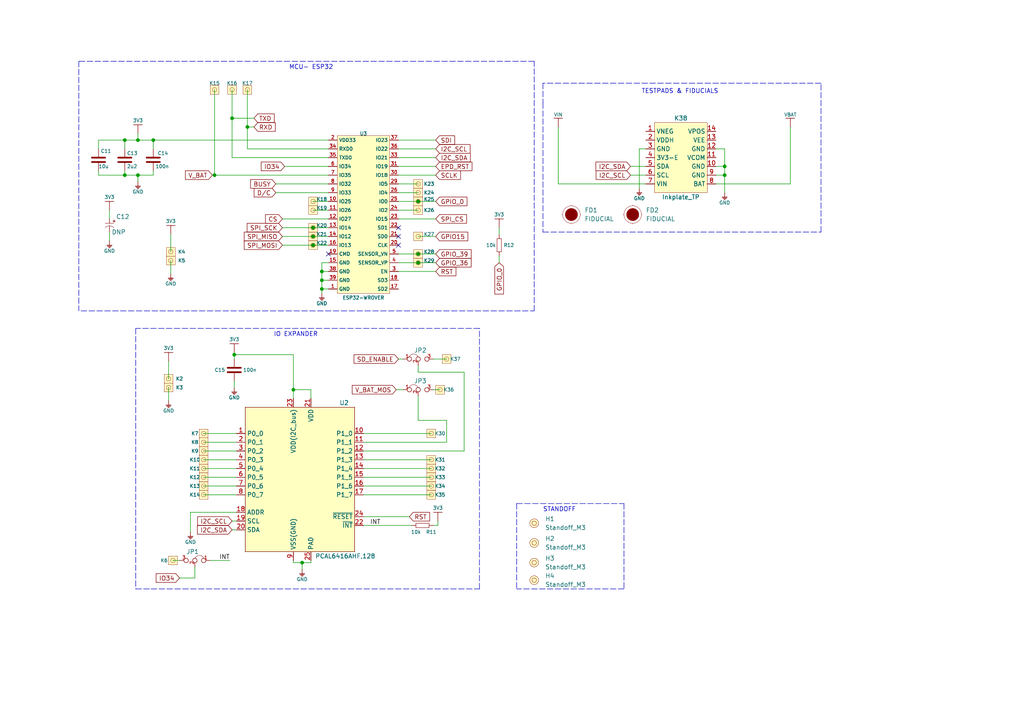
<source format=kicad_sch>
(kicad_sch (version 20211123) (generator eeschema)

  (uuid ae8e0ac1-f65f-40f5-8847-ef2b43df490b)

  (paper "A4")

  (title_block
    (title "Soldered Inkplate 7")
    (date "2023-08-02")
    (rev "V1.1.0.")
    (company "SOLDERED")
    (comment 1 "333259")
  )

  (lib_symbols
    (symbol "3V3_1" (power) (pin_names (offset 0)) (in_bom yes) (on_board yes)
      (property "Reference" "#PWR" (id 0) (at 4.445 0 0)
        (effects (font (size 1 1)) hide)
      )
      (property "Value" "3V3_1" (id 1) (at 0 3.556 0)
        (effects (font (size 1 1)))
      )
      (property "Footprint" "" (id 2) (at 4.445 3.81 0)
        (effects (font (size 1 1)) hide)
      )
      (property "Datasheet" "" (id 3) (at 4.445 3.81 0)
        (effects (font (size 1 1)) hide)
      )
      (property "ki_keywords" "power-flag" (id 4) (at 0 0 0)
        (effects (font (size 1.27 1.27)) hide)
      )
      (property "ki_description" "Power symbol creates a global label with name \"3V3\"" (id 5) (at 0 0 0)
        (effects (font (size 1.27 1.27)) hide)
      )
      (symbol "3V3_1_0_1"
        (polyline
          (pts
            (xy -1.27 2.54)
            (xy 1.27 2.54)
          )
          (stroke (width 0.16) (type default) (color 0 0 0 0))
          (fill (type none))
        )
        (polyline
          (pts
            (xy 0 0)
            (xy 0 2.54)
          )
          (stroke (width 0) (type default) (color 0 0 0 0))
          (fill (type none))
        )
      )
      (symbol "3V3_1_1_1"
        (pin power_in line (at 0 0 90) (length 0) hide
          (name "3V3" (effects (font (size 1.27 1.27))))
          (number "1" (effects (font (size 1.27 1.27))))
        )
      )
    )
    (symbol "3V3_2" (power) (pin_names (offset 0)) (in_bom yes) (on_board yes)
      (property "Reference" "#PWR" (id 0) (at 4.445 0 0)
        (effects (font (size 1 1)) hide)
      )
      (property "Value" "3V3_2" (id 1) (at 0 3.556 0)
        (effects (font (size 1 1)))
      )
      (property "Footprint" "" (id 2) (at 4.445 3.81 0)
        (effects (font (size 1 1)) hide)
      )
      (property "Datasheet" "" (id 3) (at 4.445 3.81 0)
        (effects (font (size 1 1)) hide)
      )
      (property "ki_keywords" "power-flag" (id 4) (at 0 0 0)
        (effects (font (size 1.27 1.27)) hide)
      )
      (property "ki_description" "Power symbol creates a global label with name \"3V3\"" (id 5) (at 0 0 0)
        (effects (font (size 1.27 1.27)) hide)
      )
      (symbol "3V3_2_0_1"
        (polyline
          (pts
            (xy -1.27 2.54)
            (xy 1.27 2.54)
          )
          (stroke (width 0.16) (type default) (color 0 0 0 0))
          (fill (type none))
        )
        (polyline
          (pts
            (xy 0 0)
            (xy 0 2.54)
          )
          (stroke (width 0) (type default) (color 0 0 0 0))
          (fill (type none))
        )
      )
      (symbol "3V3_2_1_1"
        (pin power_in line (at 0 0 90) (length 0) hide
          (name "3V3" (effects (font (size 1.27 1.27))))
          (number "1" (effects (font (size 1.27 1.27))))
        )
      )
    )
    (symbol "GND_1" (power) (pin_names (offset 0)) (in_bom yes) (on_board yes)
      (property "Reference" "#PWR" (id 0) (at 4.445 0 0)
        (effects (font (size 1 1)) hide)
      )
      (property "Value" "GND_1" (id 1) (at 0 -2.921 0)
        (effects (font (size 1 1)))
      )
      (property "Footprint" "" (id 2) (at 4.445 3.81 0)
        (effects (font (size 1 1)) hide)
      )
      (property "Datasheet" "" (id 3) (at 4.445 3.81 0)
        (effects (font (size 1 1)) hide)
      )
      (property "ki_keywords" "power-flag" (id 4) (at 0 0 0)
        (effects (font (size 1.27 1.27)) hide)
      )
      (property "ki_description" "Power symbol creates a global label with name \"GND\"" (id 5) (at 0 0 0)
        (effects (font (size 1.27 1.27)) hide)
      )
      (symbol "GND_1_0_1"
        (polyline
          (pts
            (xy -0.762 -1.27)
            (xy 0.762 -1.27)
          )
          (stroke (width 0.16) (type default) (color 0 0 0 0))
          (fill (type none))
        )
        (polyline
          (pts
            (xy -0.635 -1.524)
            (xy 0.635 -1.524)
          )
          (stroke (width 0.16) (type default) (color 0 0 0 0))
          (fill (type none))
        )
        (polyline
          (pts
            (xy -0.381 -1.778)
            (xy 0.381 -1.778)
          )
          (stroke (width 0.16) (type default) (color 0 0 0 0))
          (fill (type none))
        )
        (polyline
          (pts
            (xy -0.127 -2.032)
            (xy 0.127 -2.032)
          )
          (stroke (width 0.16) (type default) (color 0 0 0 0))
          (fill (type none))
        )
        (polyline
          (pts
            (xy 0 0)
            (xy 0 -1.27)
          )
          (stroke (width 0.16) (type default) (color 0 0 0 0))
          (fill (type none))
        )
      )
      (symbol "GND_1_1_1"
        (pin power_in line (at 0 0 270) (length 0) hide
          (name "GND" (effects (font (size 1.27 1.27))))
          (number "1" (effects (font (size 1.27 1.27))))
        )
      )
    )
    (symbol "GND_2" (power) (pin_names (offset 0)) (in_bom yes) (on_board yes)
      (property "Reference" "#PWR" (id 0) (at 4.445 0 0)
        (effects (font (size 1 1)) hide)
      )
      (property "Value" "GND_2" (id 1) (at 0 -2.921 0)
        (effects (font (size 1 1)))
      )
      (property "Footprint" "" (id 2) (at 4.445 3.81 0)
        (effects (font (size 1 1)) hide)
      )
      (property "Datasheet" "" (id 3) (at 4.445 3.81 0)
        (effects (font (size 1 1)) hide)
      )
      (property "ki_keywords" "power-flag" (id 4) (at 0 0 0)
        (effects (font (size 1.27 1.27)) hide)
      )
      (property "ki_description" "Power symbol creates a global label with name \"GND\"" (id 5) (at 0 0 0)
        (effects (font (size 1.27 1.27)) hide)
      )
      (symbol "GND_2_0_1"
        (polyline
          (pts
            (xy -0.762 -1.27)
            (xy 0.762 -1.27)
          )
          (stroke (width 0.16) (type default) (color 0 0 0 0))
          (fill (type none))
        )
        (polyline
          (pts
            (xy -0.635 -1.524)
            (xy 0.635 -1.524)
          )
          (stroke (width 0.16) (type default) (color 0 0 0 0))
          (fill (type none))
        )
        (polyline
          (pts
            (xy -0.381 -1.778)
            (xy 0.381 -1.778)
          )
          (stroke (width 0.16) (type default) (color 0 0 0 0))
          (fill (type none))
        )
        (polyline
          (pts
            (xy -0.127 -2.032)
            (xy 0.127 -2.032)
          )
          (stroke (width 0.16) (type default) (color 0 0 0 0))
          (fill (type none))
        )
        (polyline
          (pts
            (xy 0 0)
            (xy 0 -1.27)
          )
          (stroke (width 0.16) (type default) (color 0 0 0 0))
          (fill (type none))
        )
      )
      (symbol "GND_2_1_1"
        (pin power_in line (at 0 0 270) (length 0) hide
          (name "GND" (effects (font (size 1.27 1.27))))
          (number "1" (effects (font (size 1.27 1.27))))
        )
      )
    )
    (symbol "GND_3" (power) (pin_names (offset 0)) (in_bom yes) (on_board yes)
      (property "Reference" "#PWR" (id 0) (at 4.445 0 0)
        (effects (font (size 1 1)) hide)
      )
      (property "Value" "GND_3" (id 1) (at 0 -2.921 0)
        (effects (font (size 1 1)))
      )
      (property "Footprint" "" (id 2) (at 4.445 3.81 0)
        (effects (font (size 1 1)) hide)
      )
      (property "Datasheet" "" (id 3) (at 4.445 3.81 0)
        (effects (font (size 1 1)) hide)
      )
      (property "ki_keywords" "power-flag" (id 4) (at 0 0 0)
        (effects (font (size 1.27 1.27)) hide)
      )
      (property "ki_description" "Power symbol creates a global label with name \"GND\"" (id 5) (at 0 0 0)
        (effects (font (size 1.27 1.27)) hide)
      )
      (symbol "GND_3_0_1"
        (polyline
          (pts
            (xy -0.762 -1.27)
            (xy 0.762 -1.27)
          )
          (stroke (width 0.16) (type default) (color 0 0 0 0))
          (fill (type none))
        )
        (polyline
          (pts
            (xy -0.635 -1.524)
            (xy 0.635 -1.524)
          )
          (stroke (width 0.16) (type default) (color 0 0 0 0))
          (fill (type none))
        )
        (polyline
          (pts
            (xy -0.381 -1.778)
            (xy 0.381 -1.778)
          )
          (stroke (width 0.16) (type default) (color 0 0 0 0))
          (fill (type none))
        )
        (polyline
          (pts
            (xy -0.127 -2.032)
            (xy 0.127 -2.032)
          )
          (stroke (width 0.16) (type default) (color 0 0 0 0))
          (fill (type none))
        )
        (polyline
          (pts
            (xy 0 0)
            (xy 0 -1.27)
          )
          (stroke (width 0.16) (type default) (color 0 0 0 0))
          (fill (type none))
        )
      )
      (symbol "GND_3_1_1"
        (pin power_in line (at 0 0 270) (length 0) hide
          (name "GND" (effects (font (size 1.27 1.27))))
          (number "1" (effects (font (size 1.27 1.27))))
        )
      )
    )
    (symbol "GND_4" (power) (pin_names (offset 0)) (in_bom yes) (on_board yes)
      (property "Reference" "#PWR" (id 0) (at 4.445 0 0)
        (effects (font (size 1 1)) hide)
      )
      (property "Value" "GND_4" (id 1) (at 0 -2.921 0)
        (effects (font (size 1 1)))
      )
      (property "Footprint" "" (id 2) (at 4.445 3.81 0)
        (effects (font (size 1 1)) hide)
      )
      (property "Datasheet" "" (id 3) (at 4.445 3.81 0)
        (effects (font (size 1 1)) hide)
      )
      (property "ki_keywords" "power-flag" (id 4) (at 0 0 0)
        (effects (font (size 1.27 1.27)) hide)
      )
      (property "ki_description" "Power symbol creates a global label with name \"GND\"" (id 5) (at 0 0 0)
        (effects (font (size 1.27 1.27)) hide)
      )
      (symbol "GND_4_0_1"
        (polyline
          (pts
            (xy -0.762 -1.27)
            (xy 0.762 -1.27)
          )
          (stroke (width 0.16) (type default) (color 0 0 0 0))
          (fill (type none))
        )
        (polyline
          (pts
            (xy -0.635 -1.524)
            (xy 0.635 -1.524)
          )
          (stroke (width 0.16) (type default) (color 0 0 0 0))
          (fill (type none))
        )
        (polyline
          (pts
            (xy -0.381 -1.778)
            (xy 0.381 -1.778)
          )
          (stroke (width 0.16) (type default) (color 0 0 0 0))
          (fill (type none))
        )
        (polyline
          (pts
            (xy -0.127 -2.032)
            (xy 0.127 -2.032)
          )
          (stroke (width 0.16) (type default) (color 0 0 0 0))
          (fill (type none))
        )
        (polyline
          (pts
            (xy 0 0)
            (xy 0 -1.27)
          )
          (stroke (width 0.16) (type default) (color 0 0 0 0))
          (fill (type none))
        )
      )
      (symbol "GND_4_1_1"
        (pin power_in line (at 0 0 270) (length 0) hide
          (name "GND" (effects (font (size 1.27 1.27))))
          (number "1" (effects (font (size 1.27 1.27))))
        )
      )
    )
    (symbol "GND_5" (power) (pin_names (offset 0)) (in_bom yes) (on_board yes)
      (property "Reference" "#PWR" (id 0) (at 4.445 0 0)
        (effects (font (size 1 1)) hide)
      )
      (property "Value" "GND_5" (id 1) (at 0 -2.921 0)
        (effects (font (size 1 1)))
      )
      (property "Footprint" "" (id 2) (at 4.445 3.81 0)
        (effects (font (size 1 1)) hide)
      )
      (property "Datasheet" "" (id 3) (at 4.445 3.81 0)
        (effects (font (size 1 1)) hide)
      )
      (property "ki_keywords" "power-flag" (id 4) (at 0 0 0)
        (effects (font (size 1.27 1.27)) hide)
      )
      (property "ki_description" "Power symbol creates a global label with name \"GND\"" (id 5) (at 0 0 0)
        (effects (font (size 1.27 1.27)) hide)
      )
      (symbol "GND_5_0_1"
        (polyline
          (pts
            (xy -0.762 -1.27)
            (xy 0.762 -1.27)
          )
          (stroke (width 0.16) (type default) (color 0 0 0 0))
          (fill (type none))
        )
        (polyline
          (pts
            (xy -0.635 -1.524)
            (xy 0.635 -1.524)
          )
          (stroke (width 0.16) (type default) (color 0 0 0 0))
          (fill (type none))
        )
        (polyline
          (pts
            (xy -0.381 -1.778)
            (xy 0.381 -1.778)
          )
          (stroke (width 0.16) (type default) (color 0 0 0 0))
          (fill (type none))
        )
        (polyline
          (pts
            (xy -0.127 -2.032)
            (xy 0.127 -2.032)
          )
          (stroke (width 0.16) (type default) (color 0 0 0 0))
          (fill (type none))
        )
        (polyline
          (pts
            (xy 0 0)
            (xy 0 -1.27)
          )
          (stroke (width 0.16) (type default) (color 0 0 0 0))
          (fill (type none))
        )
      )
      (symbol "GND_5_1_1"
        (pin power_in line (at 0 0 270) (length 0) hide
          (name "GND" (effects (font (size 1.27 1.27))))
          (number "1" (effects (font (size 1.27 1.27))))
        )
      )
    )
    (symbol "GND_6" (power) (pin_names (offset 0)) (in_bom yes) (on_board yes)
      (property "Reference" "#PWR" (id 0) (at 4.445 0 0)
        (effects (font (size 1 1)) hide)
      )
      (property "Value" "GND_6" (id 1) (at 0 -2.921 0)
        (effects (font (size 1 1)))
      )
      (property "Footprint" "" (id 2) (at 4.445 3.81 0)
        (effects (font (size 1 1)) hide)
      )
      (property "Datasheet" "" (id 3) (at 4.445 3.81 0)
        (effects (font (size 1 1)) hide)
      )
      (property "ki_keywords" "power-flag" (id 4) (at 0 0 0)
        (effects (font (size 1.27 1.27)) hide)
      )
      (property "ki_description" "Power symbol creates a global label with name \"GND\"" (id 5) (at 0 0 0)
        (effects (font (size 1.27 1.27)) hide)
      )
      (symbol "GND_6_0_1"
        (polyline
          (pts
            (xy -0.762 -1.27)
            (xy 0.762 -1.27)
          )
          (stroke (width 0.16) (type default) (color 0 0 0 0))
          (fill (type none))
        )
        (polyline
          (pts
            (xy -0.635 -1.524)
            (xy 0.635 -1.524)
          )
          (stroke (width 0.16) (type default) (color 0 0 0 0))
          (fill (type none))
        )
        (polyline
          (pts
            (xy -0.381 -1.778)
            (xy 0.381 -1.778)
          )
          (stroke (width 0.16) (type default) (color 0 0 0 0))
          (fill (type none))
        )
        (polyline
          (pts
            (xy -0.127 -2.032)
            (xy 0.127 -2.032)
          )
          (stroke (width 0.16) (type default) (color 0 0 0 0))
          (fill (type none))
        )
        (polyline
          (pts
            (xy 0 0)
            (xy 0 -1.27)
          )
          (stroke (width 0.16) (type default) (color 0 0 0 0))
          (fill (type none))
        )
      )
      (symbol "GND_6_1_1"
        (pin power_in line (at 0 0 270) (length 0) hide
          (name "GND" (effects (font (size 1.27 1.27))))
          (number "1" (effects (font (size 1.27 1.27))))
        )
      )
    )
    (symbol "e-radionica.com schematics:0603C" (pin_numbers hide) (pin_names (offset 0.002)) (in_bom yes) (on_board yes)
      (property "Reference" "C" (id 0) (at -0.635 3.175 0)
        (effects (font (size 1 1)))
      )
      (property "Value" "0603C" (id 1) (at 0 -3.175 0)
        (effects (font (size 1 1)))
      )
      (property "Footprint" "e-radionica.com footprinti:0603C" (id 2) (at 0 0 0)
        (effects (font (size 1 1)) hide)
      )
      (property "Datasheet" "" (id 3) (at 0 0 0)
        (effects (font (size 1 1)) hide)
      )
      (symbol "0603C_0_1"
        (polyline
          (pts
            (xy -0.635 1.905)
            (xy -0.635 -1.905)
          )
          (stroke (width 0.5) (type default) (color 0 0 0 0))
          (fill (type none))
        )
        (polyline
          (pts
            (xy 0.635 1.905)
            (xy 0.635 -1.905)
          )
          (stroke (width 0.5) (type default) (color 0 0 0 0))
          (fill (type none))
        )
      )
      (symbol "0603C_1_1"
        (pin passive line (at -3.175 0 0) (length 2.54)
          (name "~" (effects (font (size 1.27 1.27))))
          (number "1" (effects (font (size 1.27 1.27))))
        )
        (pin passive line (at 3.175 0 180) (length 2.54)
          (name "~" (effects (font (size 1.27 1.27))))
          (number "2" (effects (font (size 1.27 1.27))))
        )
      )
    )
    (symbol "e-radionica.com schematics:0603R" (pin_numbers hide) (pin_names (offset 0.254)) (in_bom yes) (on_board yes)
      (property "Reference" "R" (id 0) (at 0 1.27 0)
        (effects (font (size 1 1)))
      )
      (property "Value" "0603R" (id 1) (at 0 -1.905 0)
        (effects (font (size 1 1)))
      )
      (property "Footprint" "e-radionica.com footprinti:0603R" (id 2) (at 0 -3.81 0)
        (effects (font (size 1 1)) hide)
      )
      (property "Datasheet" "" (id 3) (at -0.635 1.905 0)
        (effects (font (size 1 1)) hide)
      )
      (symbol "0603R_0_1"
        (rectangle (start -1.905 -0.635) (end 1.905 -0.6604)
          (stroke (width 0.1) (type default) (color 0 0 0 0))
          (fill (type none))
        )
        (rectangle (start -1.905 0.635) (end -1.8796 -0.635)
          (stroke (width 0.1) (type default) (color 0 0 0 0))
          (fill (type none))
        )
        (rectangle (start -1.905 0.635) (end 1.905 0.6096)
          (stroke (width 0.1) (type default) (color 0 0 0 0))
          (fill (type none))
        )
        (rectangle (start 1.905 0.635) (end 1.9304 -0.635)
          (stroke (width 0.1) (type default) (color 0 0 0 0))
          (fill (type none))
        )
      )
      (symbol "0603R_1_1"
        (pin passive line (at -3.175 0 0) (length 1.27)
          (name "~" (effects (font (size 1.27 1.27))))
          (number "1" (effects (font (size 1.27 1.27))))
        )
        (pin passive line (at 3.175 0 180) (length 1.27)
          (name "~" (effects (font (size 1.27 1.27))))
          (number "2" (effects (font (size 1.27 1.27))))
        )
      )
    )
    (symbol "e-radionica.com schematics:1206C" (pin_numbers hide) (in_bom yes) (on_board yes)
      (property "Reference" "C" (id 0) (at -0.635 3.175 0)
        (effects (font (size 1 1)))
      )
      (property "Value" "1206C" (id 1) (at 0 -3.175 0)
        (effects (font (size 1 1)))
      )
      (property "Footprint" "e-radionica.com footprinti:1206C" (id 2) (at 0 0 0)
        (effects (font (size 1 1)) hide)
      )
      (property "Datasheet" "" (id 3) (at 0 0 0)
        (effects (font (size 1 1)) hide)
      )
      (symbol "1206C_0_1"
        (polyline
          (pts
            (xy -0.635 1.905)
            (xy -0.635 -1.905)
          )
          (stroke (width 0.5) (type default) (color 0 0 0 0))
          (fill (type none))
        )
        (polyline
          (pts
            (xy 0.635 1.905)
            (xy 0.635 -1.905)
          )
          (stroke (width 0.5) (type default) (color 0 0 0 0))
          (fill (type none))
        )
      )
      (symbol "1206C_1_1"
        (pin passive line (at -3.175 0 0) (length 2.54)
          (name "~" (effects (font (size 1.27 1.27))))
          (number "1" (effects (font (size 1.27 1.27))))
        )
        (pin passive line (at 3.175 0 180) (length 2.54)
          (name "~" (effects (font (size 1.27 1.27))))
          (number "2" (effects (font (size 1.27 1.27))))
        )
      )
    )
    (symbol "e-radionica.com schematics:2917C" (pin_numbers hide) (pin_names hide) (in_bom yes) (on_board yes)
      (property "Reference" "C?" (id 0) (at 0 0 0)
        (effects (font (size 1.27 1.27)))
      )
      (property "Value" "2917C" (id 1) (at 0 0 0)
        (effects (font (size 1.27 1.27)))
      )
      (property "Footprint" "e-radionica.com footprinti:2917C" (id 2) (at 0 0 0)
        (effects (font (size 1.27 1.27)) hide)
      )
      (property "Datasheet" "" (id 3) (at 0 0 0)
        (effects (font (size 1.27 1.27)) hide)
      )
      (property "ki_description" "TANTAL CAP" (id 4) (at 0 0 0)
        (effects (font (size 1.27 1.27)) hide)
      )
      (symbol "2917C_0_0"
        (text "+" (at -0.635 -1.27 0)
          (effects (font (size 1 1)))
        )
      )
      (symbol "2917C_0_1"
        (polyline
          (pts
            (xy 0 -3.81)
            (xy 0 -1.27)
          )
          (stroke (width 0.1) (type default) (color 0 0 0 0))
          (fill (type none))
        )
        (arc (start 1.2699 -1.27) (mid 0.7439 -2.54) (end 1.2699 -3.81)
          (stroke (width 0.1) (type default) (color 0 0 0 0))
          (fill (type none))
        )
      )
      (symbol "2917C_1_1"
        (pin input line (at -1.27 -2.54 0) (length 1.27)
          (name "+" (effects (font (size 1.27 1.27))))
          (number "1" (effects (font (size 1.27 1.27))))
        )
        (pin input line (at 2.54 -2.54 180) (length 1.8)
          (name "-" (effects (font (size 1.27 1.27))))
          (number "2" (effects (font (size 1.27 1.27))))
        )
      )
    )
    (symbol "e-radionica.com schematics:3V3" (power) (pin_names (offset 0)) (in_bom yes) (on_board yes)
      (property "Reference" "#PWR" (id 0) (at 4.445 0 0)
        (effects (font (size 1 1)) hide)
      )
      (property "Value" "3V3" (id 1) (at 0 3.556 0)
        (effects (font (size 1 1)))
      )
      (property "Footprint" "" (id 2) (at 4.445 3.81 0)
        (effects (font (size 1 1)) hide)
      )
      (property "Datasheet" "" (id 3) (at 4.445 3.81 0)
        (effects (font (size 1 1)) hide)
      )
      (property "ki_keywords" "power-flag" (id 4) (at 0 0 0)
        (effects (font (size 1.27 1.27)) hide)
      )
      (property "ki_description" "Power symbol creates a global label with name \"3V3\"" (id 5) (at 0 0 0)
        (effects (font (size 1.27 1.27)) hide)
      )
      (symbol "3V3_0_1"
        (polyline
          (pts
            (xy -1.27 2.54)
            (xy 1.27 2.54)
          )
          (stroke (width 0.16) (type default) (color 0 0 0 0))
          (fill (type none))
        )
        (polyline
          (pts
            (xy 0 0)
            (xy 0 2.54)
          )
          (stroke (width 0) (type default) (color 0 0 0 0))
          (fill (type none))
        )
      )
      (symbol "3V3_1_1"
        (pin power_in line (at 0 0 90) (length 0) hide
          (name "3V3" (effects (font (size 1.27 1.27))))
          (number "1" (effects (font (size 1.27 1.27))))
        )
      )
    )
    (symbol "e-radionica.com schematics:ESP32-WROVER" (in_bom yes) (on_board yes)
      (property "Reference" "U" (id 0) (at -6.35 25.4 0)
        (effects (font (size 1 1)))
      )
      (property "Value" "ESP32-WROVER" (id 1) (at 0 -22.86 0)
        (effects (font (size 1 1)))
      )
      (property "Footprint" "e-radionica.com footprinti:ESP32-WROVER" (id 2) (at 0 -24.13 0)
        (effects (font (size 1 1)) hide)
      )
      (property "Datasheet" "" (id 3) (at 0 0 0)
        (effects (font (size 1 1)) hide)
      )
      (symbol "ESP32-WROVER_0_1"
        (rectangle (start -7.62 24.13) (end 7.62 -21.59)
          (stroke (width 0.001) (type default) (color 0 0 0 0))
          (fill (type background))
        )
      )
      (symbol "ESP32-WROVER_1_1"
        (pin power_in line (at -10.16 -20.32 0) (length 2.54)
          (name "GND" (effects (font (size 1 1))))
          (number "1" (effects (font (size 1 1))))
        )
        (pin bidirectional line (at -10.16 5.08 0) (length 2.54)
          (name "IO25" (effects (font (size 1 1))))
          (number "10" (effects (font (size 1 1))))
        )
        (pin bidirectional line (at -10.16 2.54 0) (length 2.54)
          (name "IO26" (effects (font (size 1 1))))
          (number "11" (effects (font (size 1 1))))
        )
        (pin bidirectional line (at -10.16 0 0) (length 2.54)
          (name "IO27" (effects (font (size 1 1))))
          (number "12" (effects (font (size 1 1))))
        )
        (pin bidirectional line (at -10.16 -2.54 0) (length 2.54)
          (name "IO14" (effects (font (size 1 1))))
          (number "13" (effects (font (size 1 1))))
        )
        (pin bidirectional line (at -10.16 -5.08 0) (length 2.54)
          (name "IO12" (effects (font (size 1 1))))
          (number "14" (effects (font (size 1 1))))
        )
        (pin power_in line (at -10.16 -12.7 0) (length 2.54)
          (name "GND" (effects (font (size 1 1))))
          (number "15" (effects (font (size 1 1))))
        )
        (pin bidirectional line (at -10.16 -7.62 0) (length 2.54)
          (name "IO13" (effects (font (size 1 1))))
          (number "16" (effects (font (size 1 1))))
        )
        (pin bidirectional line (at 10.16 -20.32 180) (length 2.54)
          (name "SD2" (effects (font (size 1 1))))
          (number "17" (effects (font (size 1 1))))
        )
        (pin bidirectional line (at 10.16 -17.78 180) (length 2.54)
          (name "SD3" (effects (font (size 1 1))))
          (number "18" (effects (font (size 1 1))))
        )
        (pin bidirectional line (at -10.16 -10.16 0) (length 2.54)
          (name "CMD" (effects (font (size 1 1))))
          (number "19" (effects (font (size 1 1))))
        )
        (pin power_in line (at -10.16 22.86 0) (length 2.54)
          (name "VDD33" (effects (font (size 1 1))))
          (number "2" (effects (font (size 1 1))))
        )
        (pin bidirectional line (at 10.16 -7.62 180) (length 2.54)
          (name "CLK" (effects (font (size 1 1))))
          (number "20" (effects (font (size 1 1))))
        )
        (pin bidirectional line (at 10.16 -5.08 180) (length 2.54)
          (name "SD0" (effects (font (size 1 1))))
          (number "21" (effects (font (size 1 1))))
        )
        (pin bidirectional line (at 10.16 -2.54 180) (length 2.54)
          (name "SD1" (effects (font (size 1 1))))
          (number "22" (effects (font (size 1 1))))
        )
        (pin bidirectional line (at 10.16 0 180) (length 2.54)
          (name "IO15" (effects (font (size 1 1))))
          (number "23" (effects (font (size 1 1))))
        )
        (pin bidirectional line (at 10.16 2.54 180) (length 2.54)
          (name "IO2" (effects (font (size 1 1))))
          (number "24" (effects (font (size 1 1))))
        )
        (pin bidirectional line (at 10.16 5.08 180) (length 2.54)
          (name "IO0" (effects (font (size 1 1))))
          (number "25" (effects (font (size 1 1))))
        )
        (pin bidirectional line (at 10.16 7.62 180) (length 2.54)
          (name "IO4" (effects (font (size 1 1))))
          (number "26" (effects (font (size 1 1))))
        )
        (pin bidirectional line (at 10.16 10.16 180) (length 2.54)
          (name "IO5" (effects (font (size 1 1))))
          (number "29" (effects (font (size 1 1))))
        )
        (pin bidirectional line (at 10.16 -15.24 180) (length 2.54)
          (name "EN" (effects (font (size 1 1))))
          (number "3" (effects (font (size 1 1))))
        )
        (pin bidirectional line (at 10.16 12.7 180) (length 2.54)
          (name "IO18" (effects (font (size 1 1))))
          (number "30" (effects (font (size 1 1))))
        )
        (pin bidirectional line (at 10.16 15.24 180) (length 2.54)
          (name "IO19" (effects (font (size 1 1))))
          (number "31" (effects (font (size 1 1))))
        )
        (pin bidirectional line (at 10.16 17.78 180) (length 2.54)
          (name "IO21" (effects (font (size 1 1))))
          (number "33" (effects (font (size 1 1))))
        )
        (pin bidirectional line (at -10.16 20.32 0) (length 2.54)
          (name "RXD0" (effects (font (size 1 1))))
          (number "34" (effects (font (size 1 1))))
        )
        (pin bidirectional line (at -10.16 17.78 0) (length 2.54)
          (name "TXD0" (effects (font (size 1 1))))
          (number "35" (effects (font (size 1 1))))
        )
        (pin bidirectional line (at 10.16 20.32 180) (length 2.54)
          (name "IO22" (effects (font (size 1 1))))
          (number "36" (effects (font (size 1 1))))
        )
        (pin bidirectional line (at 10.16 22.86 180) (length 2.54)
          (name "IO23" (effects (font (size 1 1))))
          (number "37" (effects (font (size 1 1))))
        )
        (pin power_in line (at -10.16 -15.24 0) (length 2.54)
          (name "GND" (effects (font (size 1 1))))
          (number "38" (effects (font (size 1 1))))
        )
        (pin power_in line (at -10.16 -17.78 0) (length 2.54)
          (name "GND" (effects (font (size 1 1))))
          (number "39" (effects (font (size 1 1))))
        )
        (pin bidirectional line (at 10.16 -12.7 180) (length 2.54)
          (name "SENSOR_VP" (effects (font (size 1 1))))
          (number "4" (effects (font (size 1 1))))
        )
        (pin bidirectional line (at 10.16 -10.16 180) (length 2.54)
          (name "SENSOR_VN" (effects (font (size 1 1))))
          (number "5" (effects (font (size 1 1))))
        )
        (pin bidirectional line (at -10.16 15.24 0) (length 2.54)
          (name "IO34" (effects (font (size 1 1))))
          (number "6" (effects (font (size 1 1))))
        )
        (pin bidirectional line (at -10.16 12.7 0) (length 2.54)
          (name "IO35" (effects (font (size 1 1))))
          (number "7" (effects (font (size 1 1))))
        )
        (pin bidirectional line (at -10.16 10.16 0) (length 2.54)
          (name "IO32" (effects (font (size 1 1))))
          (number "8" (effects (font (size 1 1))))
        )
        (pin bidirectional line (at -10.16 7.62 0) (length 2.54)
          (name "IO33" (effects (font (size 1 1))))
          (number "9" (effects (font (size 1 1))))
        )
      )
    )
    (symbol "e-radionica.com schematics:FIDUCIAL" (in_bom no) (on_board yes)
      (property "Reference" "FD" (id 0) (at 0 3.81 0)
        (effects (font (size 1.27 1.27)))
      )
      (property "Value" "FIDUCIAL" (id 1) (at 0 -3.81 0)
        (effects (font (size 1.27 1.27)))
      )
      (property "Footprint" "e-radionica.com footprinti:FIDUCIAL_23" (id 2) (at 0.254 -5.334 0)
        (effects (font (size 1.27 1.27)) hide)
      )
      (property "Datasheet" "" (id 3) (at 0 0 0)
        (effects (font (size 1.27 1.27)) hide)
      )
      (symbol "FIDUCIAL_0_1"
        (polyline
          (pts
            (xy -2.54 0)
            (xy -2.794 0)
          )
          (stroke (width 0.0006) (type default) (color 0 0 0 0))
          (fill (type none))
        )
        (polyline
          (pts
            (xy 0 -2.54)
            (xy 0 -2.794)
          )
          (stroke (width 0.0006) (type default) (color 0 0 0 0))
          (fill (type none))
        )
        (polyline
          (pts
            (xy 0 2.54)
            (xy 0 2.794)
          )
          (stroke (width 0.0006) (type default) (color 0 0 0 0))
          (fill (type none))
        )
        (polyline
          (pts
            (xy 2.54 0)
            (xy 2.794 0)
          )
          (stroke (width 0.0006) (type default) (color 0 0 0 0))
          (fill (type none))
        )
        (circle (center 0 0) (radius 1.7961)
          (stroke (width 0.001) (type default) (color 0 0 0 0))
          (fill (type outline))
        )
        (circle (center 0 0) (radius 2.54)
          (stroke (width 0.0006) (type default) (color 0 0 0 0))
          (fill (type none))
        )
      )
    )
    (symbol "e-radionica.com schematics:GND" (power) (pin_names (offset 0)) (in_bom yes) (on_board yes)
      (property "Reference" "#PWR" (id 0) (at 4.445 0 0)
        (effects (font (size 1 1)) hide)
      )
      (property "Value" "GND" (id 1) (at 0 -2.921 0)
        (effects (font (size 1 1)))
      )
      (property "Footprint" "" (id 2) (at 4.445 3.81 0)
        (effects (font (size 1 1)) hide)
      )
      (property "Datasheet" "" (id 3) (at 4.445 3.81 0)
        (effects (font (size 1 1)) hide)
      )
      (property "ki_keywords" "power-flag" (id 4) (at 0 0 0)
        (effects (font (size 1.27 1.27)) hide)
      )
      (property "ki_description" "Power symbol creates a global label with name \"GND\"" (id 5) (at 0 0 0)
        (effects (font (size 1.27 1.27)) hide)
      )
      (symbol "GND_0_1"
        (polyline
          (pts
            (xy -0.762 -1.27)
            (xy 0.762 -1.27)
          )
          (stroke (width 0.16) (type default) (color 0 0 0 0))
          (fill (type none))
        )
        (polyline
          (pts
            (xy -0.635 -1.524)
            (xy 0.635 -1.524)
          )
          (stroke (width 0.16) (type default) (color 0 0 0 0))
          (fill (type none))
        )
        (polyline
          (pts
            (xy -0.381 -1.778)
            (xy 0.381 -1.778)
          )
          (stroke (width 0.16) (type default) (color 0 0 0 0))
          (fill (type none))
        )
        (polyline
          (pts
            (xy -0.127 -2.032)
            (xy 0.127 -2.032)
          )
          (stroke (width 0.16) (type default) (color 0 0 0 0))
          (fill (type none))
        )
        (polyline
          (pts
            (xy 0 0)
            (xy 0 -1.27)
          )
          (stroke (width 0.16) (type default) (color 0 0 0 0))
          (fill (type none))
        )
      )
      (symbol "GND_1_1"
        (pin power_in line (at 0 0 270) (length 0) hide
          (name "GND" (effects (font (size 1.27 1.27))))
          (number "1" (effects (font (size 1.27 1.27))))
        )
      )
    )
    (symbol "e-radionica.com schematics:HEADER_MALE_1X1_Inkplate" (pin_numbers hide) (pin_names hide) (in_bom yes) (on_board yes)
      (property "Reference" "K" (id 0) (at 0 2.54 0)
        (effects (font (size 1 1)))
      )
      (property "Value" "HEADER_MALE_1X1_Inkplate" (id 1) (at 0 -2.54 0)
        (effects (font (size 1 1)))
      )
      (property "Footprint" "e-radionica.com footprinti:HEADER_MALE_1X1_Inkplate" (id 2) (at 0 -5.08 0)
        (effects (font (size 1 1)) hide)
      )
      (property "Datasheet" "" (id 3) (at 0 0 0)
        (effects (font (size 1 1)) hide)
      )
      (symbol "HEADER_MALE_1X1_Inkplate_0_1"
        (rectangle (start -1.27 1.27) (end 1.27 -1.27)
          (stroke (width 0.001) (type default) (color 0 0 0 0))
          (fill (type background))
        )
        (circle (center 0 0) (radius 0.635)
          (stroke (width 0.0006) (type default) (color 0 0 0 0))
          (fill (type none))
        )
      )
      (symbol "HEADER_MALE_1X1_Inkplate_1_1"
        (pin passive line (at 0 0 180) (length 0)
          (name "~" (effects (font (size 1 1))))
          (number "1" (effects (font (size 1 1))))
        )
      )
    )
    (symbol "e-radionica.com schematics:Inkplate_TP" (in_bom yes) (on_board yes)
      (property "Reference" "K" (id 0) (at 0 11.43 0)
        (effects (font (size 1.27 1.27)))
      )
      (property "Value" "Inkplate_TP" (id 1) (at 0 -11.43 0)
        (effects (font (size 1.27 1.27)))
      )
      (property "Footprint" "e-radionica.com footprinti:INKPLATE TEST HEADER" (id 2) (at -2.54 -13.97 0)
        (effects (font (size 1.27 1.27)) hide)
      )
      (property "Datasheet" "" (id 3) (at -1.27 0 0)
        (effects (font (size 1.27 1.27)) hide)
      )
      (symbol "Inkplate_TP_0_1"
        (rectangle (start -7.62 10.16) (end 7.62 -10.16)
          (stroke (width 0.1) (type default) (color 0 0 0 0))
          (fill (type background))
        )
      )
      (symbol "Inkplate_TP_1_1"
        (pin passive line (at -10.16 7.62 0) (length 2.54)
          (name "VNEG" (effects (font (size 1.27 1.27))))
          (number "1" (effects (font (size 1.27 1.27))))
        )
        (pin passive line (at 10.16 -2.54 180) (length 2.54)
          (name "GND" (effects (font (size 1.27 1.27))))
          (number "10" (effects (font (size 1.27 1.27))))
        )
        (pin passive line (at 10.16 0 180) (length 2.54)
          (name "VCOM" (effects (font (size 1.27 1.27))))
          (number "11" (effects (font (size 1.27 1.27))))
        )
        (pin passive line (at 10.16 2.54 180) (length 2.54)
          (name "GND" (effects (font (size 1.27 1.27))))
          (number "12" (effects (font (size 1.27 1.27))))
        )
        (pin passive line (at 10.16 5.08 180) (length 2.54)
          (name "VEE" (effects (font (size 1.27 1.27))))
          (number "13" (effects (font (size 1.27 1.27))))
        )
        (pin passive line (at 10.16 7.62 180) (length 2.54)
          (name "VPOS" (effects (font (size 1.27 1.27))))
          (number "14" (effects (font (size 1.27 1.27))))
        )
        (pin passive line (at -10.16 5.08 0) (length 2.54)
          (name "VDDH" (effects (font (size 1.27 1.27))))
          (number "2" (effects (font (size 1.27 1.27))))
        )
        (pin passive line (at -10.16 2.54 0) (length 2.54)
          (name "GND" (effects (font (size 1.27 1.27))))
          (number "3" (effects (font (size 1.27 1.27))))
        )
        (pin passive line (at -10.16 0 0) (length 2.54)
          (name "3V3-E" (effects (font (size 1.27 1.27))))
          (number "4" (effects (font (size 1.27 1.27))))
        )
        (pin passive line (at -10.16 -2.54 0) (length 2.54)
          (name "SDA" (effects (font (size 1.27 1.27))))
          (number "5" (effects (font (size 1.27 1.27))))
        )
        (pin passive line (at -10.16 -5.08 0) (length 2.54)
          (name "SCL" (effects (font (size 1.27 1.27))))
          (number "6" (effects (font (size 1.27 1.27))))
        )
        (pin passive line (at -10.16 -7.62 0) (length 2.54)
          (name "VIN" (effects (font (size 1.27 1.27))))
          (number "7" (effects (font (size 1.27 1.27))))
        )
        (pin passive line (at 10.16 -7.62 180) (length 2.54)
          (name "BAT" (effects (font (size 1.27 1.27))))
          (number "8" (effects (font (size 1.27 1.27))))
        )
        (pin passive line (at 10.16 -5.08 180) (length 2.54)
          (name "GND" (effects (font (size 1.27 1.27))))
          (number "9" (effects (font (size 1.27 1.27))))
        )
      )
    )
    (symbol "e-radionica.com schematics:PCAL6416AHF,128" (in_bom yes) (on_board yes)
      (property "Reference" "U" (id 0) (at 1.27 -5.08 0)
        (effects (font (size 1.27 1.27)))
      )
      (property "Value" "PCAL6416AHF,128" (id 1) (at 1.27 0 0)
        (effects (font (size 1.27 1.27)))
      )
      (property "Footprint" "e-radionica.com footprinti:PCAL6416AHF,128" (id 2) (at 0 31.75 0)
        (effects (font (size 1.27 1.27)) hide)
      )
      (property "Datasheet" "" (id 3) (at -15.24 11.43 0)
        (effects (font (size 1.27 1.27)) hide)
      )
      (symbol "PCAL6416AHF,128_0_0"
        (rectangle (start -15.24 20.32) (end 16.51 -21.59)
          (stroke (width 0) (type default) (color 0 0 0 0))
          (fill (type background))
        )
        (pin passive line (at 3.81 -24.13 90) (length 2.54)
          (name "PAD" (effects (font (size 1.27 1.27))))
          (number "25" (effects (font (size 1.27 1.27))))
        )
      )
      (symbol "PCAL6416AHF,128_1_1"
        (pin passive line (at -17.78 12.7 0) (length 2.54)
          (name "P0_0" (effects (font (size 1.27 1.27))))
          (number "1" (effects (font (size 1.27 1.27))))
        )
        (pin passive line (at 19.05 12.7 180) (length 2.54)
          (name "P1_0" (effects (font (size 1.27 1.27))))
          (number "10" (effects (font (size 1.27 1.27))))
        )
        (pin passive line (at 19.05 10.16 180) (length 2.54)
          (name "P1_1" (effects (font (size 1.27 1.27))))
          (number "11" (effects (font (size 1.27 1.27))))
        )
        (pin passive line (at 19.05 7.62 180) (length 2.54)
          (name "P1_2" (effects (font (size 1.27 1.27))))
          (number "12" (effects (font (size 1.27 1.27))))
        )
        (pin passive line (at 19.05 5.08 180) (length 2.54)
          (name "P1_3" (effects (font (size 1.27 1.27))))
          (number "13" (effects (font (size 1.27 1.27))))
        )
        (pin passive line (at 19.05 2.54 180) (length 2.54)
          (name "P1_4" (effects (font (size 1.27 1.27))))
          (number "14" (effects (font (size 1.27 1.27))))
        )
        (pin passive line (at 19.05 0 180) (length 2.54)
          (name "P1_5" (effects (font (size 1.27 1.27))))
          (number "15" (effects (font (size 1.27 1.27))))
        )
        (pin passive line (at 19.05 -2.54 180) (length 2.54)
          (name "P1_6" (effects (font (size 1.27 1.27))))
          (number "16" (effects (font (size 1.27 1.27))))
        )
        (pin passive line (at 19.05 -5.08 180) (length 2.54)
          (name "P1_7" (effects (font (size 1.27 1.27))))
          (number "17" (effects (font (size 1.27 1.27))))
        )
        (pin passive line (at -17.78 -10.16 0) (length 2.54)
          (name "ADDR" (effects (font (size 1.27 1.27))))
          (number "18" (effects (font (size 1.27 1.27))))
        )
        (pin passive line (at -17.78 -12.7 0) (length 2.54)
          (name "SCL" (effects (font (size 1.27 1.27))))
          (number "19" (effects (font (size 1.27 1.27))))
        )
        (pin passive line (at -17.78 10.16 0) (length 2.54)
          (name "P0_1" (effects (font (size 1.27 1.27))))
          (number "2" (effects (font (size 1.27 1.27))))
        )
        (pin passive line (at -17.78 -15.24 0) (length 2.54)
          (name "SDA" (effects (font (size 1.27 1.27))))
          (number "20" (effects (font (size 1.27 1.27))))
        )
        (pin passive line (at 3.81 22.86 270) (length 2.54)
          (name "VDD" (effects (font (size 1.27 1.27))))
          (number "21" (effects (font (size 1.27 1.27))))
        )
        (pin passive line (at 19.05 -13.97 180) (length 2.54)
          (name "~{INT}" (effects (font (size 1.27 1.27))))
          (number "22" (effects (font (size 1.27 1.27))))
        )
        (pin passive line (at -1.27 22.86 270) (length 2.54)
          (name "VDD(I2C_bus)" (effects (font (size 1.27 1.27))))
          (number "23" (effects (font (size 1.27 1.27))))
        )
        (pin passive line (at 19.05 -11.43 180) (length 2.54)
          (name "~{RESET}" (effects (font (size 1.27 1.27))))
          (number "24" (effects (font (size 1.27 1.27))))
        )
        (pin passive line (at -17.78 7.62 0) (length 2.54)
          (name "P0_2" (effects (font (size 1.27 1.27))))
          (number "3" (effects (font (size 1.27 1.27))))
        )
        (pin passive line (at -17.78 5.08 0) (length 2.54)
          (name "P0_3" (effects (font (size 1.27 1.27))))
          (number "4" (effects (font (size 1.27 1.27))))
        )
        (pin passive line (at -17.78 2.54 0) (length 2.54)
          (name "P0_4" (effects (font (size 1.27 1.27))))
          (number "5" (effects (font (size 1.27 1.27))))
        )
        (pin passive line (at -17.78 0 0) (length 2.54)
          (name "P0_5" (effects (font (size 1.27 1.27))))
          (number "6" (effects (font (size 1.27 1.27))))
        )
        (pin passive line (at -17.78 -2.54 0) (length 2.54)
          (name "P0_6" (effects (font (size 1.27 1.27))))
          (number "7" (effects (font (size 1.27 1.27))))
        )
        (pin passive line (at -17.78 -5.08 0) (length 2.54)
          (name "P0_7" (effects (font (size 1.27 1.27))))
          (number "8" (effects (font (size 1.27 1.27))))
        )
        (pin passive line (at -1.27 -24.13 90) (length 2.54)
          (name "VSS(GND)" (effects (font (size 1.27 1.27))))
          (number "9" (effects (font (size 1.27 1.27))))
        )
      )
    )
    (symbol "e-radionica.com schematics:SMD_JUMPER_3_PAD_CONNECTED_LEFT_TRACE" (in_bom yes) (on_board yes)
      (property "Reference" "JP" (id 0) (at 0 3.81 0)
        (effects (font (size 1.27 1.27)))
      )
      (property "Value" "SMD_JUMPER_3_PAD_CONNECTED_LEFT_TRACE" (id 1) (at -1.27 -7.62 0)
        (effects (font (size 1.27 1.27)) hide)
      )
      (property "Footprint" "e-radionica.com footprinti:SMD_JUMPER_3_PAD_CONNECTED_LEFT_TRACE" (id 2) (at 2.54 -12.7 0)
        (effects (font (size 1.27 1.27)) hide)
      )
      (property "Datasheet" "" (id 3) (at 0 0 0)
        (effects (font (size 1.27 1.27)) hide)
      )
      (symbol "SMD_JUMPER_3_PAD_CONNECTED_LEFT_TRACE_0_1"
        (arc (start -0.635 0.5842) (mid -1.9346 1.472) (end -3.2512 0.6096)
          (stroke (width 0.1) (type default) (color 0 0 0 0))
          (fill (type none))
        )
      )
      (symbol "SMD_JUMPER_3_PAD_CONNECTED_LEFT_TRACE_1_1"
        (pin passive inverted (at -5.08 0 0) (length 2.54)
          (name "" (effects (font (size 1 1))))
          (number "1" (effects (font (size 1 1))))
        )
        (pin passive inverted (at -0.635 -1.905 90) (length 2.54)
          (name "" (effects (font (size 1 1))))
          (number "2" (effects (font (size 1 1))))
        )
        (pin passive inverted (at 3.81 0 180) (length 2.54)
          (name "" (effects (font (size 1 1))))
          (number "3" (effects (font (size 1 1))))
        )
      )
    )
    (symbol "e-radionica.com schematics:Standoff_M3" (in_bom yes) (on_board yes)
      (property "Reference" "H" (id 0) (at 0 2.54 0)
        (effects (font (size 1.27 1.27)))
      )
      (property "Value" "Standoff_M3" (id 1) (at 0 -2.54 0)
        (effects (font (size 1.27 1.27)))
      )
      (property "Footprint" "e-radionica.com footprinti:Standoff_M3" (id 2) (at 0 -3.81 0)
        (effects (font (size 1.27 1.27)) hide)
      )
      (property "Datasheet" "" (id 3) (at 0 0 0)
        (effects (font (size 1.27 1.27)) hide)
      )
      (property "ki_keywords" "standoff odstojnik" (id 4) (at 0 0 0)
        (effects (font (size 1.27 1.27)) hide)
      )
      (property "ki_description" "M3 standoff SMTSO-M3-7ET" (id 5) (at 0 0 0)
        (effects (font (size 1.27 1.27)) hide)
      )
      (symbol "Standoff_M3_0_1"
        (circle (center 0 0) (radius 0.635)
          (stroke (width 0.1) (type default) (color 0 0 0 0))
          (fill (type none))
        )
        (circle (center 0 0) (radius 1.27)
          (stroke (width 0.1) (type default) (color 0 0 0 0))
          (fill (type background))
        )
      )
    )
    (symbol "e-radionica.com schematics:VBAT" (power) (pin_names (offset 0)) (in_bom yes) (on_board yes)
      (property "Reference" "#PWR" (id 0) (at 4.445 0 0)
        (effects (font (size 1 1)) hide)
      )
      (property "Value" "VBAT" (id 1) (at 0 3.556 0)
        (effects (font (size 1 1)))
      )
      (property "Footprint" "" (id 2) (at 4.445 3.81 0)
        (effects (font (size 1 1)) hide)
      )
      (property "Datasheet" "" (id 3) (at 4.445 3.81 0)
        (effects (font (size 1 1)) hide)
      )
      (property "ki_keywords" "power-flag" (id 4) (at 0 0 0)
        (effects (font (size 1.27 1.27)) hide)
      )
      (property "ki_description" "Power symbol creates a global label with name \"VBAT\"" (id 5) (at 0 0 0)
        (effects (font (size 1.27 1.27)) hide)
      )
      (symbol "VBAT_0_1"
        (polyline
          (pts
            (xy -1.27 2.54)
            (xy 1.27 2.54)
          )
          (stroke (width 0.16) (type default) (color 0 0 0 0))
          (fill (type none))
        )
        (polyline
          (pts
            (xy 0 0)
            (xy 0 2.54)
          )
          (stroke (width 0) (type default) (color 0 0 0 0))
          (fill (type none))
        )
      )
      (symbol "VBAT_1_1"
        (pin power_in line (at 0 0 90) (length 0) hide
          (name "VBAT" (effects (font (size 1.27 1.27))))
          (number "1" (effects (font (size 1.27 1.27))))
        )
      )
    )
    (symbol "e-radionica.com schematics:VIN" (power) (pin_names (offset 0)) (in_bom yes) (on_board yes)
      (property "Reference" "#PWR" (id 0) (at 4.445 0 0)
        (effects (font (size 1 1)) hide)
      )
      (property "Value" "VIN" (id 1) (at 0 3.556 0)
        (effects (font (size 1 1)))
      )
      (property "Footprint" "" (id 2) (at 4.445 3.81 0)
        (effects (font (size 1 1)) hide)
      )
      (property "Datasheet" "" (id 3) (at 4.445 3.81 0)
        (effects (font (size 1 1)) hide)
      )
      (property "ki_keywords" "power-flag" (id 4) (at 0 0 0)
        (effects (font (size 1.27 1.27)) hide)
      )
      (property "ki_description" "Power symbol creates a global label with name \"VIN\"" (id 5) (at 0 0 0)
        (effects (font (size 1.27 1.27)) hide)
      )
      (symbol "VIN_0_1"
        (polyline
          (pts
            (xy -1.27 2.54)
            (xy 1.27 2.54)
          )
          (stroke (width 0.16) (type default) (color 0 0 0 0))
          (fill (type none))
        )
        (polyline
          (pts
            (xy 0 0)
            (xy 0 2.54)
          )
          (stroke (width 0) (type default) (color 0 0 0 0))
          (fill (type none))
        )
      )
      (symbol "VIN_1_1"
        (pin power_in line (at 0 0 90) (length 0) hide
          (name "VIN" (effects (font (size 1.27 1.27))))
          (number "1" (effects (font (size 1.27 1.27))))
        )
      )
    )
  )

  (junction (at 40.005 50.8) (diameter 0) (color 0 0 0 0)
    (uuid 1b17b808-caa7-499b-9190-d98cea80aeb2)
  )
  (junction (at 93.345 83.82) (diameter 0) (color 0 0 0 0)
    (uuid 1d9a465f-7eb5-4128-8ec9-babc9b7f5314)
  )
  (junction (at 71.755 36.83) (diameter 0) (color 0 0 0 0)
    (uuid 2f6821c9-55fc-4a0b-89bd-f66f3f949d55)
  )
  (junction (at 90.805 66.04) (diameter 0) (color 0 0 0 0)
    (uuid 3813d01a-5bde-4e5b-afcc-32d68b25d2a0)
  )
  (junction (at 210.185 50.8) (diameter 0) (color 0 0 0 0)
    (uuid 4b7e1544-daa2-4537-aff8-c8c1ee5c0b07)
  )
  (junction (at 90.805 68.58) (diameter 0) (color 0 0 0 0)
    (uuid 5b743307-5117-4608-9c75-dffa68ddf8d9)
  )
  (junction (at 67.945 102.87) (diameter 0) (color 0 0 0 0)
    (uuid 71ea1f51-7e5f-44d4-aeca-f98a0ba00d8f)
  )
  (junction (at 36.195 50.8) (diameter 0) (color 0 0 0 0)
    (uuid 74bb36bd-4291-4083-8bdb-30c7e3e9b1d1)
  )
  (junction (at 93.345 81.28) (diameter 0) (color 0 0 0 0)
    (uuid 7fec45e5-462c-40f8-8bda-40edfdaf7cb6)
  )
  (junction (at 121.285 58.42) (diameter 0) (color 0 0 0 0)
    (uuid 992bfab4-6c3b-4d75-b8a7-dddbe50318ad)
  )
  (junction (at 36.195 40.64) (diameter 0) (color 0 0 0 0)
    (uuid 9a298fbc-309c-48ba-a31f-f02e07925d93)
  )
  (junction (at 121.285 76.2) (diameter 0) (color 0 0 0 0)
    (uuid 9bb5fd3d-1d2f-4bb4-9956-a470b2769117)
  )
  (junction (at 44.45 40.64) (diameter 0) (color 0 0 0 0)
    (uuid a06b943e-b320-4fb7-9f84-601a45d90966)
  )
  (junction (at 121.285 73.66) (diameter 0) (color 0 0 0 0)
    (uuid a8db902e-a5fb-4c72-9c00-e768964dc3f3)
  )
  (junction (at 90.805 71.12) (diameter 0) (color 0 0 0 0)
    (uuid bc585cd2-33fc-45d1-a420-718f94d4ea7b)
  )
  (junction (at 85.09 113.03) (diameter 0) (color 0 0 0 0)
    (uuid c0e843cc-f221-4503-a6c6-242ee7aff152)
  )
  (junction (at 210.185 48.26) (diameter 0) (color 0 0 0 0)
    (uuid c2f8840e-1e08-4aac-8241-681d33de1f73)
  )
  (junction (at 40.005 40.64) (diameter 0) (color 0 0 0 0)
    (uuid d0600dde-4a12-45b4-b964-a6a16bb89788)
  )
  (junction (at 62.23 50.8) (diameter 0) (color 0 0 0 0)
    (uuid db2c84ee-e097-4dba-bcc2-b2d816155c31)
  )
  (junction (at 87.63 163.195) (diameter 0) (color 0 0 0 0)
    (uuid e6f55c4c-4fde-4ccf-90f5-bb9e3e37684f)
  )
  (junction (at 67.31 34.29) (diameter 0) (color 0 0 0 0)
    (uuid f44b0c75-791f-4004-a42d-8b9d030339b6)
  )
  (junction (at 93.345 78.74) (diameter 0) (color 0 0 0 0)
    (uuid feed3383-d3e9-4fb1-b55d-7cd9e8af68b2)
  )

  (no_connect (at 115.57 68.58) (uuid 0c4f571b-15a7-4155-aac7-1777ae8bef5c))
  (no_connect (at 115.57 66.04) (uuid 6f9be051-c3f7-49d0-8bb0-057d2d3ea6cc))
  (no_connect (at 95.25 73.66) (uuid dc216377-392b-4023-bd29-cc5b144c4876))
  (no_connect (at 115.57 71.12) (uuid f340bb8a-a690-45dd-b884-1ff8ade3503a))

  (wire (pts (xy 182.88 48.26) (xy 187.325 48.26))
    (stroke (width 0) (type default) (color 0 0 0 0))
    (uuid 00e782cf-932d-40be-97cf-72d7d76fdcc2)
  )
  (polyline (pts (xy 139.065 170.815) (xy 139.065 95.25))
    (stroke (width 0) (type default) (color 0 0 0 0))
    (uuid 03e1b83f-5518-4f0e-b8e9-08c10417b3eb)
  )

  (wire (pts (xy 93.345 81.28) (xy 93.345 83.82))
    (stroke (width 0) (type default) (color 0 0 0 0))
    (uuid 05a19552-64f6-4222-9b52-fb34512836f4)
  )
  (wire (pts (xy 129.54 104.14) (xy 125.73 104.14))
    (stroke (width 0) (type default) (color 0 0 0 0))
    (uuid 0821edc3-28f7-4320-aed0-dd009fbc4de1)
  )
  (wire (pts (xy 161.925 36.83) (xy 161.925 53.34))
    (stroke (width 0) (type default) (color 0 0 0 0))
    (uuid 093780d9-187d-481f-9ede-ed7639ec21a4)
  )
  (wire (pts (xy 67.31 34.29) (xy 67.31 45.72))
    (stroke (width 0) (type default) (color 0 0 0 0))
    (uuid 0a9ff569-42cd-42eb-8e3d-e80e3677d066)
  )
  (wire (pts (xy 85.09 115.57) (xy 85.09 113.03))
    (stroke (width 0) (type default) (color 0 0 0 0))
    (uuid 0c78ed10-eda7-4b81-be2c-1169789d4781)
  )
  (wire (pts (xy 67.31 34.29) (xy 73.66 34.29))
    (stroke (width 0) (type default) (color 0 0 0 0))
    (uuid 0c7caa57-5420-4ac8-86c5-84d08e156196)
  )
  (wire (pts (xy 115.57 40.64) (xy 126.365 40.64))
    (stroke (width 0) (type default) (color 0 0 0 0))
    (uuid 148e0e87-e274-430c-b56e-84d0766eaa9f)
  )
  (wire (pts (xy 67.31 26.035) (xy 67.31 34.29))
    (stroke (width 0) (type default) (color 0 0 0 0))
    (uuid 1594c694-d0cf-4516-a3df-ee565408a059)
  )
  (polyline (pts (xy 154.94 90.17) (xy 154.94 17.78))
    (stroke (width 0) (type default) (color 0 0 0 0))
    (uuid 175c2a98-5d33-490f-901f-76f86154574c)
  )

  (wire (pts (xy 115.57 63.5) (xy 126.365 63.5))
    (stroke (width 0) (type default) (color 0 0 0 0))
    (uuid 17f2133d-7462-47f0-9066-e916cf0ec744)
  )
  (wire (pts (xy 71.755 36.83) (xy 73.66 36.83))
    (stroke (width 0) (type default) (color 0 0 0 0))
    (uuid 1bc0bf64-63c6-4d40-8940-9d1f96f81516)
  )
  (wire (pts (xy 125.095 138.43) (xy 105.41 138.43))
    (stroke (width 0) (type default) (color 0 0 0 0))
    (uuid 1d7fc820-bdb2-4eb4-afbf-2937977edd6d)
  )
  (wire (pts (xy 59.055 133.35) (xy 68.58 133.35))
    (stroke (width 0) (type default) (color 0 0 0 0))
    (uuid 1e459076-2dc1-4d74-845e-7abcbaa8c888)
  )
  (wire (pts (xy 82.55 48.26) (xy 95.25 48.26))
    (stroke (width 0) (type default) (color 0 0 0 0))
    (uuid 1fb4c53b-e142-4ca9-b5ba-d789b191f0f2)
  )
  (wire (pts (xy 31.75 69.85) (xy 31.75 67.31))
    (stroke (width 0) (type default) (color 0 0 0 0))
    (uuid 243e7235-57d7-4a7c-9dc9-a7a3bf4ec37c)
  )
  (wire (pts (xy 90.805 68.58) (xy 95.25 68.58))
    (stroke (width 0) (type default) (color 0 0 0 0))
    (uuid 25615d0d-791a-4936-945d-d843aada566f)
  )
  (wire (pts (xy 48.895 104.775) (xy 48.895 109.855))
    (stroke (width 0) (type default) (color 0 0 0 0))
    (uuid 25c13778-f104-445f-8853-33111fb93567)
  )
  (wire (pts (xy 144.78 74.295) (xy 144.78 76.2))
    (stroke (width 0) (type default) (color 0 0 0 0))
    (uuid 29284e42-97e6-48d5-b71d-7bff87b86ca7)
  )
  (wire (pts (xy 87.63 163.195) (xy 87.63 165.1))
    (stroke (width 0) (type default) (color 0 0 0 0))
    (uuid 2b085dbb-8024-4518-a06a-29053182a81c)
  )
  (wire (pts (xy 105.41 125.73) (xy 125.095 125.73))
    (stroke (width 0) (type default) (color 0 0 0 0))
    (uuid 2cf31a9b-831a-427f-a9c4-11db4a2b0275)
  )
  (polyline (pts (xy 238.125 24.13) (xy 157.48 24.13))
    (stroke (width 0) (type default) (color 0 0 0 0))
    (uuid 2d548110-5a7d-457c-9a3f-a8feb8357f31)
  )

  (wire (pts (xy 115.57 55.88) (xy 121.285 55.88))
    (stroke (width 0) (type default) (color 0 0 0 0))
    (uuid 2fa595ff-ec03-4213-9bd1-d7640126224d)
  )
  (wire (pts (xy 81.915 63.5) (xy 95.25 63.5))
    (stroke (width 0) (type default) (color 0 0 0 0))
    (uuid 33807910-bfc7-4aae-9abd-da5ac5c7464a)
  )
  (wire (pts (xy 36.195 40.64) (xy 28.575 40.64))
    (stroke (width 0) (type default) (color 0 0 0 0))
    (uuid 369b469a-5074-4b08-85fc-158b06bcb802)
  )
  (wire (pts (xy 121.285 114.935) (xy 121.285 121.92))
    (stroke (width 0) (type default) (color 0 0 0 0))
    (uuid 381a43a4-30a4-49b9-a8ab-50abb22cb2f2)
  )
  (wire (pts (xy 59.055 138.43) (xy 68.58 138.43))
    (stroke (width 0) (type default) (color 0 0 0 0))
    (uuid 3b9757c0-9727-435f-b2c9-1cba84dc841f)
  )
  (wire (pts (xy 90.17 163.195) (xy 87.63 163.195))
    (stroke (width 0) (type default) (color 0 0 0 0))
    (uuid 3f3be38d-0f4e-40cf-b43d-407f8b55c754)
  )
  (wire (pts (xy 105.41 149.86) (xy 118.745 149.86))
    (stroke (width 0) (type default) (color 0 0 0 0))
    (uuid 3f5d9cab-f84e-46f6-912f-025ccfe7f53d)
  )
  (wire (pts (xy 93.345 83.82) (xy 93.345 85.09))
    (stroke (width 0) (type default) (color 0 0 0 0))
    (uuid 400eddca-ab84-4015-8992-3a9c816d5e98)
  )
  (wire (pts (xy 44.45 50.8) (xy 40.005 50.8))
    (stroke (width 0) (type default) (color 0 0 0 0))
    (uuid 4366d023-861d-4d87-941c-9cc62c1a25ec)
  )
  (wire (pts (xy 93.345 76.2) (xy 93.345 78.74))
    (stroke (width 0) (type default) (color 0 0 0 0))
    (uuid 4473744c-688c-46cd-9940-27961185c060)
  )
  (wire (pts (xy 105.41 133.35) (xy 125.095 133.35))
    (stroke (width 0) (type default) (color 0 0 0 0))
    (uuid 44aacf1b-4bfb-4ac7-869c-80161381c9b6)
  )
  (wire (pts (xy 36.195 50.8) (xy 40.005 50.8))
    (stroke (width 0) (type default) (color 0 0 0 0))
    (uuid 44af3b64-a701-4495-b321-77fcd3c67ca0)
  )
  (wire (pts (xy 28.575 50.8) (xy 36.195 50.8))
    (stroke (width 0) (type default) (color 0 0 0 0))
    (uuid 45b6aa7e-3f00-41f9-928b-f71cca6961b1)
  )
  (wire (pts (xy 59.055 135.89) (xy 68.58 135.89))
    (stroke (width 0) (type default) (color 0 0 0 0))
    (uuid 4ddb6baf-652c-47fe-a2c4-3352f16876e1)
  )
  (wire (pts (xy 93.345 81.28) (xy 95.25 81.28))
    (stroke (width 0) (type default) (color 0 0 0 0))
    (uuid 50aabd18-8b37-46ae-97b2-42d04825a59a)
  )
  (wire (pts (xy 81.915 68.58) (xy 90.805 68.58))
    (stroke (width 0) (type default) (color 0 0 0 0))
    (uuid 51bc9363-2768-40e2-a5e2-5635651f432e)
  )
  (wire (pts (xy 90.17 115.57) (xy 90.17 113.03))
    (stroke (width 0) (type default) (color 0 0 0 0))
    (uuid 5206d1e2-453f-4795-9db2-f7f34abb153e)
  )
  (polyline (pts (xy 157.48 24.13) (xy 157.48 29.845))
    (stroke (width 0) (type default) (color 0 0 0 0))
    (uuid 5279d154-5bbe-45da-b5dc-c931b9d08ad1)
  )

  (wire (pts (xy 31.75 60.96) (xy 31.75 63.5))
    (stroke (width 0) (type default) (color 0 0 0 0))
    (uuid 52f8d61a-54f5-4e68-a816-9784085e4ec7)
  )
  (wire (pts (xy 28.575 40.64) (xy 28.575 43.18))
    (stroke (width 0) (type default) (color 0 0 0 0))
    (uuid 531c05c3-b521-48d3-88ec-0b98455b8f2d)
  )
  (wire (pts (xy 44.45 40.64) (xy 44.45 43.18))
    (stroke (width 0) (type default) (color 0 0 0 0))
    (uuid 5361f53c-5fa0-4f9a-9ca4-a5a8d4e52870)
  )
  (wire (pts (xy 55.245 148.59) (xy 68.58 148.59))
    (stroke (width 0) (type default) (color 0 0 0 0))
    (uuid 54e9e5d6-d444-4d38-a916-7bbb1f6c3763)
  )
  (wire (pts (xy 44.45 40.64) (xy 95.25 40.64))
    (stroke (width 0) (type default) (color 0 0 0 0))
    (uuid 565b17d3-9695-473c-9193-26400e6b2268)
  )
  (wire (pts (xy 80.01 53.34) (xy 95.25 53.34))
    (stroke (width 0) (type default) (color 0 0 0 0))
    (uuid 57054d98-9280-47ef-ac21-0e68c9b07326)
  )
  (wire (pts (xy 90.17 162.56) (xy 90.17 163.195))
    (stroke (width 0) (type default) (color 0 0 0 0))
    (uuid 587b543c-7eb5-4eca-a36a-d5605f1f8d53)
  )
  (wire (pts (xy 40.005 38.735) (xy 40.005 40.64))
    (stroke (width 0) (type default) (color 0 0 0 0))
    (uuid 589aea8e-1124-4594-8004-4d3cf8f7cd9c)
  )
  (polyline (pts (xy 180.975 146.05) (xy 180.975 170.815))
    (stroke (width 0) (type default) (color 0 0 0 0))
    (uuid 5ad3ca63-51df-4238-9890-239a45a59ca2)
  )

  (wire (pts (xy 115.57 76.2) (xy 121.285 76.2))
    (stroke (width 0) (type default) (color 0 0 0 0))
    (uuid 5b48b3a3-c337-44af-a584-54f7a26e6e5b)
  )
  (wire (pts (xy 40.005 50.8) (xy 40.005 52.705))
    (stroke (width 0) (type default) (color 0 0 0 0))
    (uuid 5b76a550-161e-421b-8f7f-73af571c7853)
  )
  (wire (pts (xy 93.345 83.82) (xy 95.25 83.82))
    (stroke (width 0) (type default) (color 0 0 0 0))
    (uuid 5b8a60b7-195e-4a3d-bbdc-fd6b7e7c14a0)
  )
  (polyline (pts (xy 23.495 90.17) (xy 154.94 90.17))
    (stroke (width 0) (type default) (color 0 0 0 0))
    (uuid 5c28e143-921b-40ea-9094-cf8236f8cdd3)
  )

  (wire (pts (xy 85.09 113.03) (xy 85.09 102.87))
    (stroke (width 0) (type default) (color 0 0 0 0))
    (uuid 5f7a0a02-d6b7-4603-a015-5434b2560d00)
  )
  (wire (pts (xy 105.41 143.51) (xy 125.095 143.51))
    (stroke (width 0) (type default) (color 0 0 0 0))
    (uuid 62420eab-8c6a-48b6-911c-b21491fd7e94)
  )
  (wire (pts (xy 90.17 113.03) (xy 85.09 113.03))
    (stroke (width 0) (type default) (color 0 0 0 0))
    (uuid 64c6b567-6f34-481a-af3b-20efa7fb7043)
  )
  (wire (pts (xy 90.805 66.04) (xy 95.25 66.04))
    (stroke (width 0) (type default) (color 0 0 0 0))
    (uuid 6a91aae7-0599-4d1a-a531-00f48c26dbe8)
  )
  (wire (pts (xy 67.945 110.49) (xy 67.945 112.395))
    (stroke (width 0) (type default) (color 0 0 0 0))
    (uuid 6bb12f60-0ef6-4530-a1b6-96ec42a4db3f)
  )
  (wire (pts (xy 67.945 102.235) (xy 67.945 102.87))
    (stroke (width 0) (type default) (color 0 0 0 0))
    (uuid 6be776b9-ebd1-4fb3-a15a-501f1a1df113)
  )
  (wire (pts (xy 105.41 152.4) (xy 119.38 152.4))
    (stroke (width 0) (type default) (color 0 0 0 0))
    (uuid 6d50b7fe-6b69-4e14-a19e-8f335294274a)
  )
  (wire (pts (xy 28.575 49.53) (xy 28.575 50.8))
    (stroke (width 0) (type default) (color 0 0 0 0))
    (uuid 6ede123e-9e07-4aeb-acda-01f0823a2ee5)
  )
  (wire (pts (xy 115.57 53.34) (xy 121.285 53.34))
    (stroke (width 0) (type default) (color 0 0 0 0))
    (uuid 6f873429-6071-4256-9332-a164eb4d85cb)
  )
  (wire (pts (xy 126.365 68.58) (xy 121.285 68.58))
    (stroke (width 0) (type default) (color 0 0 0 0))
    (uuid 7076c981-8af3-4793-80a0-1f12b1bfe199)
  )
  (wire (pts (xy 115.57 50.8) (xy 126.365 50.8))
    (stroke (width 0) (type default) (color 0 0 0 0))
    (uuid 7282a756-d044-469b-90bb-f74dbe9eb1f5)
  )
  (polyline (pts (xy 149.86 146.05) (xy 149.86 170.815))
    (stroke (width 0) (type default) (color 0 0 0 0))
    (uuid 741208bf-f5d8-418c-9313-63d2c7111340)
  )

  (wire (pts (xy 115.57 78.74) (xy 126.365 78.74))
    (stroke (width 0) (type default) (color 0 0 0 0))
    (uuid 741a7b08-cce7-48fe-8350-1eae70a10026)
  )
  (wire (pts (xy 67.945 102.87) (xy 67.945 104.14))
    (stroke (width 0) (type default) (color 0 0 0 0))
    (uuid 767c3e1d-438d-4a28-ba5d-20cfd3595f15)
  )
  (wire (pts (xy 144.78 67.945) (xy 144.78 66.04))
    (stroke (width 0) (type default) (color 0 0 0 0))
    (uuid 77060f13-d82d-44fb-a4c2-3f51fb5ce88b)
  )
  (wire (pts (xy 115.57 45.72) (xy 126.365 45.72))
    (stroke (width 0) (type default) (color 0 0 0 0))
    (uuid 7734930d-0f15-4d8b-be55-8c16d3bb13e7)
  )
  (wire (pts (xy 210.185 50.8) (xy 210.185 55.88))
    (stroke (width 0) (type default) (color 0 0 0 0))
    (uuid 77874cb7-10c3-47ae-b620-78f6e9ad41c4)
  )
  (wire (pts (xy 62.23 50.8) (xy 95.25 50.8))
    (stroke (width 0) (type default) (color 0 0 0 0))
    (uuid 784c7f50-5dc8-4c92-abe4-81bb1ee55433)
  )
  (wire (pts (xy 50.165 162.56) (xy 52.07 162.56))
    (stroke (width 0) (type default) (color 0 0 0 0))
    (uuid 795b28cc-8680-43f0-909e-df4e119cd699)
  )
  (wire (pts (xy 127 151.13) (xy 127 152.4))
    (stroke (width 0) (type default) (color 0 0 0 0))
    (uuid 7a4b7bca-94d2-4995-8ce6-b3ee85c4fa35)
  )
  (wire (pts (xy 67.31 153.67) (xy 68.58 153.67))
    (stroke (width 0) (type default) (color 0 0 0 0))
    (uuid 7b00fe66-b45d-447a-9755-5c59db140001)
  )
  (wire (pts (xy 49.53 67.945) (xy 49.53 73.025))
    (stroke (width 0) (type default) (color 0 0 0 0))
    (uuid 7b6c4e40-6555-4429-9e88-672db5dbdc48)
  )
  (wire (pts (xy 52.07 167.64) (xy 56.515 167.64))
    (stroke (width 0) (type default) (color 0 0 0 0))
    (uuid 7c2d7306-cfb4-4261-a860-cc2f5f70ef7c)
  )
  (wire (pts (xy 129.54 128.27) (xy 129.54 121.92))
    (stroke (width 0) (type default) (color 0 0 0 0))
    (uuid 7c3590ec-83f3-44cb-b20e-84519f235aeb)
  )
  (wire (pts (xy 116.84 113.03) (xy 114.935 113.03))
    (stroke (width 0) (type default) (color 0 0 0 0))
    (uuid 7c4daed9-d0fc-42cf-a69a-f278e8ad6b25)
  )
  (wire (pts (xy 134.62 130.81) (xy 105.41 130.81))
    (stroke (width 0) (type default) (color 0 0 0 0))
    (uuid 80188a98-6bc5-4539-b2d9-2c3d246f1c7d)
  )
  (wire (pts (xy 67.31 45.72) (xy 95.25 45.72))
    (stroke (width 0) (type default) (color 0 0 0 0))
    (uuid 80a0eaf5-1087-44e7-ade1-aba0b722d8b0)
  )
  (wire (pts (xy 49.53 79.375) (xy 49.53 75.565))
    (stroke (width 0) (type default) (color 0 0 0 0))
    (uuid 80f5d26f-90ae-43e5-87b9-a383f01ef5b6)
  )
  (wire (pts (xy 134.62 107.95) (xy 134.62 130.81))
    (stroke (width 0) (type default) (color 0 0 0 0))
    (uuid 827d6844-31cc-4cf4-8d83-2bd7a9c46354)
  )
  (wire (pts (xy 115.57 48.26) (xy 126.365 48.26))
    (stroke (width 0) (type default) (color 0 0 0 0))
    (uuid 82d603c6-00f1-4caa-ad79-2e6db7805179)
  )
  (polyline (pts (xy 157.48 67.31) (xy 238.125 67.31))
    (stroke (width 0) (type default) (color 0 0 0 0))
    (uuid 83e7109e-51eb-408c-b0f3-f6e9ca7f7ec4)
  )

  (wire (pts (xy 93.345 78.74) (xy 93.345 81.28))
    (stroke (width 0) (type default) (color 0 0 0 0))
    (uuid 878f3e7b-0ec7-49f3-a539-191245faa2fb)
  )
  (wire (pts (xy 121.285 73.66) (xy 126.365 73.66))
    (stroke (width 0) (type default) (color 0 0 0 0))
    (uuid 8958afb9-7e3d-45cb-9cae-18c2554f7fb2)
  )
  (wire (pts (xy 59.055 140.97) (xy 68.58 140.97))
    (stroke (width 0) (type default) (color 0 0 0 0))
    (uuid 8969ac23-8899-4e66-b92e-567357364ff1)
  )
  (wire (pts (xy 115.57 58.42) (xy 121.285 58.42))
    (stroke (width 0) (type default) (color 0 0 0 0))
    (uuid 897f7b41-2eb6-4c63-af06-01fe539fc00c)
  )
  (polyline (pts (xy 139.065 95.25) (xy 39.37 95.25))
    (stroke (width 0) (type default) (color 0 0 0 0))
    (uuid 8c35e2c2-4942-492f-9cea-87f0fef4f81b)
  )

  (wire (pts (xy 60.96 162.56) (xy 66.675 162.56))
    (stroke (width 0) (type default) (color 0 0 0 0))
    (uuid 8e82cdf4-4cec-4d53-92b4-77dfb873c8e5)
  )
  (wire (pts (xy 105.41 140.97) (xy 125.095 140.97))
    (stroke (width 0) (type default) (color 0 0 0 0))
    (uuid 9588a64a-1223-450e-977f-6eeee5b2825e)
  )
  (wire (pts (xy 59.055 143.51) (xy 68.58 143.51))
    (stroke (width 0) (type default) (color 0 0 0 0))
    (uuid 961060b9-b3f1-4ee1-a472-173798fcaf82)
  )
  (wire (pts (xy 71.755 43.18) (xy 95.25 43.18))
    (stroke (width 0) (type default) (color 0 0 0 0))
    (uuid 96a78d1c-04b7-480c-af23-1dfebf5a26c6)
  )
  (wire (pts (xy 161.925 53.34) (xy 187.325 53.34))
    (stroke (width 0) (type default) (color 0 0 0 0))
    (uuid 98c0e50e-720a-465d-9e86-cc0fcdf69d73)
  )
  (wire (pts (xy 85.09 162.56) (xy 85.09 163.195))
    (stroke (width 0) (type default) (color 0 0 0 0))
    (uuid 9a483cae-77ec-4031-8c6e-06f89c56425c)
  )
  (wire (pts (xy 36.195 40.64) (xy 36.195 43.18))
    (stroke (width 0) (type default) (color 0 0 0 0))
    (uuid 9d65f86d-8f0d-4593-b3f6-3e0e20b37bdc)
  )
  (wire (pts (xy 90.805 71.12) (xy 95.25 71.12))
    (stroke (width 0) (type default) (color 0 0 0 0))
    (uuid a431b346-7cb5-4a4d-b092-5f91b2323522)
  )
  (wire (pts (xy 44.45 49.53) (xy 44.45 50.8))
    (stroke (width 0) (type default) (color 0 0 0 0))
    (uuid a747ae03-f81b-48c4-a3b2-3fabfde02ae0)
  )
  (wire (pts (xy 62.23 26.035) (xy 62.23 50.8))
    (stroke (width 0) (type default) (color 0 0 0 0))
    (uuid aa93e90c-29dd-4e0c-80ea-fa40f320779b)
  )
  (polyline (pts (xy 157.48 29.845) (xy 157.48 67.31))
    (stroke (width 0) (type default) (color 0 0 0 0))
    (uuid ac6e406a-4875-40b8-b3d8-25222d1698e6)
  )

  (wire (pts (xy 48.895 116.205) (xy 48.895 112.395))
    (stroke (width 0) (type default) (color 0 0 0 0))
    (uuid ad3fce77-3c78-4bb4-b83e-79a5e7bf7127)
  )
  (wire (pts (xy 90.805 60.96) (xy 95.25 60.96))
    (stroke (width 0) (type default) (color 0 0 0 0))
    (uuid ade51cf5-e145-4ba4-9d87-249b7b10f428)
  )
  (wire (pts (xy 207.645 50.8) (xy 210.185 50.8))
    (stroke (width 0) (type default) (color 0 0 0 0))
    (uuid ae3ca960-7b5c-4cce-91f2-667deb0cefc5)
  )
  (wire (pts (xy 207.645 48.26) (xy 210.185 48.26))
    (stroke (width 0) (type default) (color 0 0 0 0))
    (uuid af39c776-cc90-4e93-992b-acc7cee62a52)
  )
  (wire (pts (xy 229.235 36.83) (xy 229.235 53.34))
    (stroke (width 0) (type default) (color 0 0 0 0))
    (uuid b5c5c7b5-0de1-4004-b46d-223aecc1f4d4)
  )
  (wire (pts (xy 71.755 36.83) (xy 71.755 43.18))
    (stroke (width 0) (type default) (color 0 0 0 0))
    (uuid b6d3784c-cd14-4428-b797-b6a8c79b0c55)
  )
  (wire (pts (xy 105.41 135.89) (xy 125.095 135.89))
    (stroke (width 0) (type default) (color 0 0 0 0))
    (uuid c1353406-aee2-4fa7-afd8-e1c3846e03ff)
  )
  (polyline (pts (xy 39.37 170.815) (xy 43.815 170.815))
    (stroke (width 0) (type default) (color 0 0 0 0))
    (uuid c16828e4-98b2-4030-b8c4-1b64b16bdfe0)
  )

  (wire (pts (xy 115.57 104.14) (xy 116.84 104.14))
    (stroke (width 0) (type default) (color 0 0 0 0))
    (uuid c1858317-3ebd-4dab-b43b-7ea873ed61d8)
  )
  (wire (pts (xy 121.285 121.92) (xy 129.54 121.92))
    (stroke (width 0) (type default) (color 0 0 0 0))
    (uuid c33a2fcc-d514-4d78-87e9-3002e16eccad)
  )
  (polyline (pts (xy 149.86 146.05) (xy 180.975 146.05))
    (stroke (width 0) (type default) (color 0 0 0 0))
    (uuid c4848664-0d27-4b8c-a648-d7487d8cb6b1)
  )

  (wire (pts (xy 81.915 71.12) (xy 90.805 71.12))
    (stroke (width 0) (type default) (color 0 0 0 0))
    (uuid c5fd681b-10a7-4ec3-a3ec-ae848336647d)
  )
  (wire (pts (xy 182.88 50.8) (xy 187.325 50.8))
    (stroke (width 0) (type default) (color 0 0 0 0))
    (uuid c6d9c829-8d57-4fea-be4f-ee26f43504a1)
  )
  (wire (pts (xy 81.915 66.04) (xy 90.805 66.04))
    (stroke (width 0) (type default) (color 0 0 0 0))
    (uuid c735f8b6-dd67-4eae-aa00-04aee1baadc5)
  )
  (wire (pts (xy 185.42 43.18) (xy 185.42 54.61))
    (stroke (width 0) (type default) (color 0 0 0 0))
    (uuid c796d4b6-6b88-4dd9-af4c-a3dc022f369e)
  )
  (wire (pts (xy 59.055 128.27) (xy 68.58 128.27))
    (stroke (width 0) (type default) (color 0 0 0 0))
    (uuid c8208551-5a33-4c56-b7ee-070fae8da0e0)
  )
  (wire (pts (xy 105.41 128.27) (xy 129.54 128.27))
    (stroke (width 0) (type default) (color 0 0 0 0))
    (uuid c9b349ce-7d6d-4212-9ada-fdf057f7213e)
  )
  (wire (pts (xy 36.195 49.53) (xy 36.195 50.8))
    (stroke (width 0) (type default) (color 0 0 0 0))
    (uuid cd38f4c1-10cf-498c-bb59-fba9c6f01ab7)
  )
  (polyline (pts (xy 43.815 170.815) (xy 139.065 170.815))
    (stroke (width 0) (type default) (color 0 0 0 0))
    (uuid cd87c73e-8c4f-4a57-9199-eba25fe0994b)
  )

  (wire (pts (xy 85.09 163.195) (xy 87.63 163.195))
    (stroke (width 0) (type default) (color 0 0 0 0))
    (uuid cd88eedf-2b31-4089-9bda-c56aa3443d2a)
  )
  (wire (pts (xy 121.285 76.2) (xy 126.365 76.2))
    (stroke (width 0) (type default) (color 0 0 0 0))
    (uuid d0a3f446-aa78-4b73-954e-357eda5d4f44)
  )
  (wire (pts (xy 80.01 55.88) (xy 95.25 55.88))
    (stroke (width 0) (type default) (color 0 0 0 0))
    (uuid d0f66935-de0e-4d06-988e-4196ca282d78)
  )
  (wire (pts (xy 115.57 60.96) (xy 121.285 60.96))
    (stroke (width 0) (type default) (color 0 0 0 0))
    (uuid d1a82210-9707-40bc-a163-6459c35e5bed)
  )
  (wire (pts (xy 210.185 43.18) (xy 210.185 48.26))
    (stroke (width 0) (type default) (color 0 0 0 0))
    (uuid d24e6977-0a3f-4272-ab57-ae9b71a1bf8b)
  )
  (wire (pts (xy 121.285 58.42) (xy 126.365 58.42))
    (stroke (width 0) (type default) (color 0 0 0 0))
    (uuid d29ca521-7aac-472d-9ab0-c37d8898dfe1)
  )
  (wire (pts (xy 55.245 148.59) (xy 55.245 154.305))
    (stroke (width 0) (type default) (color 0 0 0 0))
    (uuid d4670563-ee4e-4faa-a161-bfd39d53c98e)
  )
  (polyline (pts (xy 22.86 17.78) (xy 22.86 90.17))
    (stroke (width 0) (type default) (color 0 0 0 0))
    (uuid d58d5d1d-932e-4c78-ad81-086727d3c09a)
  )

  (wire (pts (xy 210.185 48.26) (xy 210.185 50.8))
    (stroke (width 0) (type default) (color 0 0 0 0))
    (uuid d59e3b46-d333-496b-92ef-c4ccb9b6a39d)
  )
  (polyline (pts (xy 39.37 95.25) (xy 39.37 170.815))
    (stroke (width 0) (type default) (color 0 0 0 0))
    (uuid d6f2ace0-fd16-4324-8257-ae913e42bead)
  )

  (wire (pts (xy 125.73 152.4) (xy 127 152.4))
    (stroke (width 0) (type default) (color 0 0 0 0))
    (uuid d88fd9b0-97f0-4a68-aa6a-f2248aa91a59)
  )
  (wire (pts (xy 59.055 130.81) (xy 68.58 130.81))
    (stroke (width 0) (type default) (color 0 0 0 0))
    (uuid da5210d8-7706-41f1-8f8a-860c487e6fc5)
  )
  (wire (pts (xy 71.755 26.035) (xy 71.755 36.83))
    (stroke (width 0) (type default) (color 0 0 0 0))
    (uuid dac031ca-309a-4dbc-87c5-cba6d8a65c8f)
  )
  (wire (pts (xy 44.45 40.64) (xy 40.005 40.64))
    (stroke (width 0) (type default) (color 0 0 0 0))
    (uuid ddf8f591-0d1c-4052-8199-77ed40948226)
  )
  (polyline (pts (xy 154.94 17.78) (xy 22.86 17.78))
    (stroke (width 0) (type default) (color 0 0 0 0))
    (uuid de31f7cd-7730-4931-9518-41228f517ba5)
  )

  (wire (pts (xy 207.645 43.18) (xy 210.185 43.18))
    (stroke (width 0) (type default) (color 0 0 0 0))
    (uuid dfe4c7a3-dd95-4a8e-98ce-5c1dc03774d0)
  )
  (wire (pts (xy 93.345 78.74) (xy 95.25 78.74))
    (stroke (width 0) (type default) (color 0 0 0 0))
    (uuid e14fdc4b-ddb0-4b19-989a-fe4a11a47d4f)
  )
  (wire (pts (xy 61.595 50.8) (xy 62.23 50.8))
    (stroke (width 0) (type default) (color 0 0 0 0))
    (uuid e204835b-3c25-4599-a1ad-a95947b285b0)
  )
  (polyline (pts (xy 238.125 67.31) (xy 238.125 24.13))
    (stroke (width 0) (type default) (color 0 0 0 0))
    (uuid e240dcb0-7cad-4089-a1f7-4b9c0f033dd1)
  )

  (wire (pts (xy 67.945 102.87) (xy 85.09 102.87))
    (stroke (width 0) (type default) (color 0 0 0 0))
    (uuid e2c811ef-f44d-4a1e-84c6-4dad4d1d6d84)
  )
  (wire (pts (xy 127.635 113.03) (xy 125.73 113.03))
    (stroke (width 0) (type default) (color 0 0 0 0))
    (uuid ea4b30d0-59b1-4041-bc10-0b4d8f5fa904)
  )
  (wire (pts (xy 56.515 167.64) (xy 56.515 164.465))
    (stroke (width 0) (type default) (color 0 0 0 0))
    (uuid ea5f7788-17a2-4f58-beed-e0959b1403ef)
  )
  (wire (pts (xy 59.055 125.73) (xy 68.58 125.73))
    (stroke (width 0) (type default) (color 0 0 0 0))
    (uuid ec827599-3d34-4e8a-b8e0-781e4b71b9dc)
  )
  (polyline (pts (xy 180.975 170.815) (xy 149.86 170.815))
    (stroke (width 0) (type default) (color 0 0 0 0))
    (uuid eceae6b4-675f-4c6f-bcd3-eed937e3c5df)
  )

  (wire (pts (xy 187.325 43.18) (xy 185.42 43.18))
    (stroke (width 0) (type default) (color 0 0 0 0))
    (uuid ee1a10e2-72dd-47ef-b20a-f5a7e93fe2e9)
  )
  (wire (pts (xy 134.62 107.95) (xy 121.285 107.95))
    (stroke (width 0) (type default) (color 0 0 0 0))
    (uuid f3ebe5a1-6ed2-4b10-982b-65f47e650aed)
  )
  (wire (pts (xy 90.805 58.42) (xy 95.25 58.42))
    (stroke (width 0) (type default) (color 0 0 0 0))
    (uuid f45a98b2-c092-47dc-be44-bca97a7af943)
  )
  (wire (pts (xy 229.235 53.34) (xy 207.645 53.34))
    (stroke (width 0) (type default) (color 0 0 0 0))
    (uuid f536f752-f5ae-457e-8389-7f0b4194cd8c)
  )
  (wire (pts (xy 115.57 73.66) (xy 121.285 73.66))
    (stroke (width 0) (type default) (color 0 0 0 0))
    (uuid f5a807ea-7996-4eb1-9554-ca22fd31c471)
  )
  (wire (pts (xy 67.31 151.13) (xy 68.58 151.13))
    (stroke (width 0) (type default) (color 0 0 0 0))
    (uuid f82d140c-d606-4378-bd01-b30898ed458e)
  )
  (wire (pts (xy 40.005 40.64) (xy 36.195 40.64))
    (stroke (width 0) (type default) (color 0 0 0 0))
    (uuid f8746523-b981-48b6-b0da-9f3279bf8025)
  )
  (wire (pts (xy 121.285 106.045) (xy 121.285 107.95))
    (stroke (width 0) (type default) (color 0 0 0 0))
    (uuid f8bf99d6-b364-4db6-ba2e-2136b76b4524)
  )
  (wire (pts (xy 115.57 43.18) (xy 126.365 43.18))
    (stroke (width 0) (type default) (color 0 0 0 0))
    (uuid f97775bf-5420-4c8f-8b87-19a73797af09)
  )
  (wire (pts (xy 95.25 76.2) (xy 93.345 76.2))
    (stroke (width 0) (type default) (color 0 0 0 0))
    (uuid fabba29c-424c-4ed8-9f04-8cbe3c53973d)
  )

  (text "STANDOFF" (at 157.48 148.59 0)
    (effects (font (size 1.27 1.27)) (justify left bottom))
    (uuid 4f4f1eec-be42-42d2-a1b8-275970410f3a)
  )
  (text "IO EXPANDER \n" (at 79.375 97.79 0)
    (effects (font (size 1.27 1.27)) (justify left bottom))
    (uuid 9d1665e3-2e08-4450-9a8c-fda143a52257)
  )
  (text "MCU- ESP32" (at 83.82 20.32 0)
    (effects (font (size 1.27 1.27)) (justify left bottom))
    (uuid cf4c6e54-d6e8-416e-acd5-c50e062f0507)
  )
  (text "TESTPADS & FIDUCIALS" (at 186.055 27.305 0)
    (effects (font (size 1.27 1.27)) (justify left bottom))
    (uuid dc158bf1-f43f-49b5-8e0e-023204696efb)
  )

  (label "INT" (at 107.315 152.4 0)
    (effects (font (size 1.27 1.27)) (justify left bottom))
    (uuid 03fe6860-f630-40ab-b31b-d26ec4dd8dba)
  )
  (label "INT" (at 66.675 162.56 180)
    (effects (font (size 1.27 1.27)) (justify right bottom))
    (uuid 1e3d1171-b3cb-43ca-b6a4-9a1840a5a6e7)
  )

  (global_label "RXD" (shape input) (at 73.66 36.83 0) (fields_autoplaced)
    (effects (font (size 1.27 1.27)) (justify left))
    (uuid 00897515-6f07-441b-a169-1594d52361d4)
    (property "Intersheet References" "${INTERSHEET_REFS}" (id 0) (at 79.8226 36.7506 0)
      (effects (font (size 1.27 1.27)) (justify left) hide)
    )
  )
  (global_label "RST" (shape input) (at 118.745 149.86 0) (fields_autoplaced)
    (effects (font (size 1.27 1.27)) (justify left))
    (uuid 084064fa-5c53-4f32-a91d-27b324fb57ee)
    (property "Intersheet References" "${INTERSHEET_REFS}" (id 0) (at 124.6052 149.7806 0)
      (effects (font (size 1.27 1.27)) (justify left) hide)
    )
  )
  (global_label "GPIO_39" (shape input) (at 126.365 73.66 0) (fields_autoplaced)
    (effects (font (size 1.27 1.27)) (justify left))
    (uuid 197505f6-1c77-4f74-95de-dd18eefa4cac)
    (property "Intersheet References" "${INTERSHEET_REFS}" (id 0) (at 136.64 73.5806 0)
      (effects (font (size 1.27 1.27)) (justify left) hide)
    )
  )
  (global_label "D{slash}C" (shape input) (at 80.01 55.88 180) (fields_autoplaced)
    (effects (font (size 1.27 1.27)) (justify right))
    (uuid 22a97b78-5869-4430-ac45-a327e13f50fe)
    (property "Intersheet References" "${INTERSHEET_REFS}" (id 0) (at 73.7264 55.9594 0)
      (effects (font (size 1.27 1.27)) (justify right) hide)
    )
  )
  (global_label "RST" (shape input) (at 126.365 78.74 0) (fields_autoplaced)
    (effects (font (size 1.27 1.27)) (justify left))
    (uuid 2eddd387-9636-49a9-b73c-d00010fda846)
    (property "Intersheet References" "${INTERSHEET_REFS}" (id 0) (at 132.2252 78.6606 0)
      (effects (font (size 1.27 1.27)) (justify left) hide)
    )
  )
  (global_label "SPI_MISO" (shape input) (at 81.915 68.58 180) (fields_autoplaced)
    (effects (font (size 1.27 1.27)) (justify right))
    (uuid 470d8b10-5043-43b7-946f-748ce676c903)
    (property "Intersheet References" "${INTERSHEET_REFS}" (id 0) (at 70.8538 68.5006 0)
      (effects (font (size 1.27 1.27)) (justify right) hide)
    )
  )
  (global_label "SD_ENABLE" (shape input) (at 115.57 104.14 180) (fields_autoplaced)
    (effects (font (size 1.27 1.27)) (justify right))
    (uuid 69808ecc-95ca-4164-8582-9faafcb19ac1)
    (property "Intersheet References" "${INTERSHEET_REFS}" (id 0) (at 102.6945 104.0606 0)
      (effects (font (size 1.27 1.27)) (justify right) hide)
    )
  )
  (global_label "I2C_SDA" (shape input) (at 182.88 48.26 180) (fields_autoplaced)
    (effects (font (size 1.27 1.27)) (justify right))
    (uuid 69ab36ca-9ec1-49eb-ac7d-08fa8ff11485)
    (property "Intersheet References" "${INTERSHEET_REFS}" (id 0) (at 172.8469 48.3394 0)
      (effects (font (size 1.27 1.27)) (justify right) hide)
    )
  )
  (global_label "SPI_CS" (shape input) (at 126.365 63.5 0) (fields_autoplaced)
    (effects (font (size 1.27 1.27)) (justify left))
    (uuid 6db88b3a-f8f3-426b-ab0c-84d2e4027c3e)
    (property "Intersheet References" "${INTERSHEET_REFS}" (id 0) (at 135.3095 63.4206 0)
      (effects (font (size 1.27 1.27)) (justify left) hide)
    )
  )
  (global_label "GPIO15" (shape input) (at 126.365 68.58 0) (fields_autoplaced)
    (effects (font (size 1.27 1.27)) (justify left))
    (uuid 6fc5c8ad-d15c-4daf-afcd-e0b1b42aad4b)
    (property "Intersheet References" "${INTERSHEET_REFS}" (id 0) (at 135.6724 68.6594 0)
      (effects (font (size 1.27 1.27)) (justify left) hide)
    )
  )
  (global_label "CS" (shape input) (at 81.915 63.5 180) (fields_autoplaced)
    (effects (font (size 1.27 1.27)) (justify right))
    (uuid 775de55f-5dc0-45e5-a43e-586dd9bb91f0)
    (property "Intersheet References" "${INTERSHEET_REFS}" (id 0) (at 77.0224 63.5794 0)
      (effects (font (size 1.27 1.27)) (justify right) hide)
    )
  )
  (global_label "I2C_SCL" (shape input) (at 182.88 50.8 180) (fields_autoplaced)
    (effects (font (size 1.27 1.27)) (justify right))
    (uuid 86f257ce-d0df-4477-bf79-4fda8433bc78)
    (property "Intersheet References" "${INTERSHEET_REFS}" (id 0) (at 172.9074 50.8794 0)
      (effects (font (size 1.27 1.27)) (justify right) hide)
    )
  )
  (global_label "V_BAT" (shape input) (at 61.595 50.8 180) (fields_autoplaced)
    (effects (font (size 1.27 1.27)) (justify right))
    (uuid 8c20e544-c4cc-412c-a933-370a9153a608)
    (property "Intersheet References" "${INTERSHEET_REFS}" (id 0) (at 53.7995 50.7206 0)
      (effects (font (size 1.27 1.27)) (justify right) hide)
    )
  )
  (global_label "I2C_SDA" (shape input) (at 67.31 153.67 180) (fields_autoplaced)
    (effects (font (size 1.27 1.27)) (justify right))
    (uuid 9502cd9c-79be-482d-aec0-5548066c8398)
    (property "Intersheet References" "${INTERSHEET_REFS}" (id 0) (at 57.2769 153.5906 0)
      (effects (font (size 1.27 1.27)) (justify right) hide)
    )
  )
  (global_label "GPIO_0" (shape input) (at 126.365 58.42 0) (fields_autoplaced)
    (effects (font (size 1.27 1.27)) (justify left))
    (uuid 96745430-acb0-4151-977b-c24bd07c292e)
    (property "Intersheet References" "${INTERSHEET_REFS}" (id 0) (at 135.4305 58.4994 0)
      (effects (font (size 1.27 1.27)) (justify left) hide)
    )
  )
  (global_label "TXD" (shape input) (at 73.66 34.29 0) (fields_autoplaced)
    (effects (font (size 1.27 1.27)) (justify left))
    (uuid 9ce6ae6a-2200-4259-a618-858a0604b3f5)
    (property "Intersheet References" "${INTERSHEET_REFS}" (id 0) (at 79.5202 34.2106 0)
      (effects (font (size 1.27 1.27)) (justify left) hide)
    )
  )
  (global_label "SDI" (shape input) (at 126.365 40.64 0) (fields_autoplaced)
    (effects (font (size 1.27 1.27)) (justify left))
    (uuid b25bf766-f503-41a0-9f5b-c68c146d7ee0)
    (property "Intersheet References" "${INTERSHEET_REFS}" (id 0) (at 131.8624 40.5606 0)
      (effects (font (size 1.27 1.27)) (justify left) hide)
    )
  )
  (global_label "IO34" (shape input) (at 52.07 167.64 180) (fields_autoplaced)
    (effects (font (size 1.27 1.27)) (justify right))
    (uuid b3af647c-d7cd-4dcf-9381-2093ae477aa3)
    (property "Intersheet References" "${INTERSHEET_REFS}" (id 0) (at 45.3026 167.5606 0)
      (effects (font (size 1.27 1.27)) (justify right) hide)
    )
  )
  (global_label "SPI_MOSI" (shape input) (at 81.915 71.12 180) (fields_autoplaced)
    (effects (font (size 1.27 1.27)) (justify right))
    (uuid b74e0990-902e-4744-8943-5a9a9954c0e3)
    (property "Intersheet References" "${INTERSHEET_REFS}" (id 0) (at 70.8538 71.0406 0)
      (effects (font (size 1.27 1.27)) (justify right) hide)
    )
  )
  (global_label "EPD_RST" (shape input) (at 126.365 48.26 0) (fields_autoplaced)
    (effects (font (size 1.27 1.27)) (justify left))
    (uuid bf19bb8f-413b-4fed-8834-941cf1df7f29)
    (property "Intersheet References" "${INTERSHEET_REFS}" (id 0) (at 136.8819 48.1806 0)
      (effects (font (size 1.27 1.27)) (justify left) hide)
    )
  )
  (global_label "V_BAT_MOS" (shape input) (at 114.935 113.03 180) (fields_autoplaced)
    (effects (font (size 1.27 1.27)) (justify right))
    (uuid c079ad76-6193-4615-b8d4-511f996be931)
    (property "Intersheet References" "${INTERSHEET_REFS}" (id 0) (at 102.1805 112.9506 0)
      (effects (font (size 1.27 1.27)) (justify right) hide)
    )
  )
  (global_label "I2C_SDA" (shape input) (at 126.365 45.72 0) (fields_autoplaced)
    (effects (font (size 1.27 1.27)) (justify left))
    (uuid c90b457c-fbfd-45ff-9ab5-0c61567bb555)
    (property "Intersheet References" "${INTERSHEET_REFS}" (id 0) (at 136.3981 45.6406 0)
      (effects (font (size 1.27 1.27)) (justify left) hide)
    )
  )
  (global_label "I2C_SCL" (shape input) (at 67.31 151.13 180) (fields_autoplaced)
    (effects (font (size 1.27 1.27)) (justify right))
    (uuid cb26ee86-d53d-452a-aa9c-feab8870ff7f)
    (property "Intersheet References" "${INTERSHEET_REFS}" (id 0) (at 57.3374 151.0506 0)
      (effects (font (size 1.27 1.27)) (justify right) hide)
    )
  )
  (global_label "IO34" (shape input) (at 82.55 48.26 180) (fields_autoplaced)
    (effects (font (size 1.27 1.27)) (justify right))
    (uuid cdd447cc-e356-4422-a788-2aff31ce0221)
    (property "Intersheet References" "${INTERSHEET_REFS}" (id 0) (at 75.7826 48.1806 0)
      (effects (font (size 1.27 1.27)) (justify right) hide)
    )
  )
  (global_label "SCLK" (shape input) (at 126.365 50.8 0) (fields_autoplaced)
    (effects (font (size 1.27 1.27)) (justify left))
    (uuid d2e4133a-5ea9-4ca4-a663-19622feb1182)
    (property "Intersheet References" "${INTERSHEET_REFS}" (id 0) (at 133.5557 50.7206 0)
      (effects (font (size 1.27 1.27)) (justify left) hide)
    )
  )
  (global_label "BUSY" (shape input) (at 80.01 53.34 180) (fields_autoplaced)
    (effects (font (size 1.27 1.27)) (justify right))
    (uuid e308c20c-5499-46e3-b519-e137859e4a45)
    (property "Intersheet References" "${INTERSHEET_REFS}" (id 0) (at 72.6983 53.4194 0)
      (effects (font (size 1.27 1.27)) (justify right) hide)
    )
  )
  (global_label "GPIO_0" (shape input) (at 144.78 76.2 270) (fields_autoplaced)
    (effects (font (size 1.27 1.27)) (justify right))
    (uuid e3180954-93a9-436b-a521-e4fed8a1a13c)
    (property "Intersheet References" "${INTERSHEET_REFS}" (id 0) (at 144.7006 85.2655 90)
      (effects (font (size 1.27 1.27)) (justify right) hide)
    )
  )
  (global_label "SPI_SCK" (shape input) (at 81.915 66.04 180) (fields_autoplaced)
    (effects (font (size 1.27 1.27)) (justify right))
    (uuid e5933c5f-3100-4c8c-8609-fd60746b21d2)
    (property "Intersheet References" "${INTERSHEET_REFS}" (id 0) (at 71.7005 65.9606 0)
      (effects (font (size 1.27 1.27)) (justify right) hide)
    )
  )
  (global_label "I2C_SCL" (shape input) (at 126.365 43.18 0) (fields_autoplaced)
    (effects (font (size 1.27 1.27)) (justify left))
    (uuid e7307e86-dcff-4c72-8c78-1a65e1a0609e)
    (property "Intersheet References" "${INTERSHEET_REFS}" (id 0) (at 136.3376 43.1006 0)
      (effects (font (size 1.27 1.27)) (justify left) hide)
    )
  )
  (global_label "GPIO_36" (shape input) (at 126.365 76.2 0) (fields_autoplaced)
    (effects (font (size 1.27 1.27)) (justify left))
    (uuid f00b401a-816f-49d7-8bd4-9dc176e2ad3b)
    (property "Intersheet References" "${INTERSHEET_REFS}" (id 0) (at 136.64 76.1206 0)
      (effects (font (size 1.27 1.27)) (justify left) hide)
    )
  )

  (symbol (lib_id "e-radionica.com schematics:HEADER_MALE_1X1_Inkplate") (at 121.285 76.2 0) (unit 1)
    (in_bom yes) (on_board yes)
    (uuid 0c1c3a9c-8461-41be-b2d1-6b662200ca49)
    (property "Reference" "K29" (id 0) (at 124.46 75.565 0)
      (effects (font (size 1 1)))
    )
    (property "Value" "HEADER_MALE_1X1_Inkplate" (id 1) (at 121.285 73.66 0)
      (effects (font (size 1 1)) hide)
    )
    (property "Footprint" "e-radionica.com footprinti:HEADER_MALE_1X1_Inkplate" (id 2) (at 121.285 81.28 0)
      (effects (font (size 1 1)) hide)
    )
    (property "Datasheet" "" (id 3) (at 121.285 76.2 0)
      (effects (font (size 1 1)) hide)
    )
    (pin "1" (uuid abb54d35-efef-4d5f-b251-171d94681b16))
  )

  (symbol (lib_name "GND_4") (lib_id "e-radionica.com schematics:GND") (at 48.895 116.205 0) (unit 1)
    (in_bom yes) (on_board yes) (fields_autoplaced)
    (uuid 0ee9ff69-1312-415b-9fec-f278743bf9e0)
    (property "Reference" "#PWR038" (id 0) (at 53.34 116.205 0)
      (effects (font (size 1 1)) hide)
    )
    (property "Value" "GND" (id 1) (at 48.895 119.126 0)
      (effects (font (size 1 1)))
    )
    (property "Footprint" "" (id 2) (at 53.34 112.395 0)
      (effects (font (size 1 1)) hide)
    )
    (property "Datasheet" "" (id 3) (at 53.34 112.395 0)
      (effects (font (size 1 1)) hide)
    )
    (pin "1" (uuid f1c64eca-3d00-409c-9add-85c22a3d0524))
  )

  (symbol (lib_id "e-radionica.com schematics:HEADER_MALE_1X1_Inkplate") (at 125.095 135.89 0) (mirror y) (unit 1)
    (in_bom yes) (on_board yes)
    (uuid 0f27b039-5270-4f1d-9bc3-573188496ecd)
    (property "Reference" "K32" (id 0) (at 127.635 135.89 0)
      (effects (font (size 1 1)))
    )
    (property "Value" "HEADER_MALE_1X1_Inkplate" (id 1) (at 125.095 132.715 0)
      (effects (font (size 1 1)) hide)
    )
    (property "Footprint" "e-radionica.com footprinti:HEADER_MALE_1X1_Inkplate" (id 2) (at 125.095 140.97 0)
      (effects (font (size 1 1)) hide)
    )
    (property "Datasheet" "" (id 3) (at 125.095 135.89 0)
      (effects (font (size 1 1)) hide)
    )
    (pin "1" (uuid eb7bd789-7322-48a8-b1a6-c541ff3e11a1))
  )

  (symbol (lib_id "e-radionica.com schematics:PCAL6416AHF,128") (at 86.36 138.43 0) (unit 1)
    (in_bom yes) (on_board yes)
    (uuid 13204a2f-2d68-4918-9c71-00fb3dd58035)
    (property "Reference" "U2" (id 0) (at 98.425 116.84 0)
      (effects (font (size 1.27 1.27)) (justify left))
    )
    (property "Value" "PCAL6416AHF,128" (id 1) (at 91.44 161.29 0)
      (effects (font (size 1.27 1.27)) (justify left))
    )
    (property "Footprint" "e-radionica.com footprinti:PCAL6416AHF,128" (id 2) (at 86.36 106.68 0)
      (effects (font (size 1.27 1.27)) hide)
    )
    (property "Datasheet" "" (id 3) (at 71.12 127 0)
      (effects (font (size 1.27 1.27)) hide)
    )
    (pin "25" (uuid e9c15301-fbd4-439c-bf60-eeccf54cb503))
    (pin "1" (uuid e761173d-6445-42a3-9218-1d5554145b08))
    (pin "10" (uuid 660589ea-b6d8-4f71-8f8d-5ce1a9c27959))
    (pin "11" (uuid 3dd73ee4-6079-49d3-a3f4-89f84b881c63))
    (pin "12" (uuid 0c071eed-aa77-441c-94f6-e77d4f8b687e))
    (pin "13" (uuid aa98f965-797f-4e27-8785-fda1ba42258b))
    (pin "14" (uuid 6bb50d76-4ca8-4a81-80be-5d4ae2a3d5ac))
    (pin "15" (uuid 556da3d0-7e55-4e65-9ee4-954dc6771993))
    (pin "16" (uuid 5088cb85-66ce-4692-89d5-133bdb83465c))
    (pin "17" (uuid 5cda1184-9542-4e4a-9bbc-b6790aa2cd58))
    (pin "18" (uuid 15075b9b-d79f-4124-9c77-ac1921775ffc))
    (pin "19" (uuid cdea81d0-1159-49ba-916f-52a6bdac3f66))
    (pin "2" (uuid 846f2258-26c1-4375-bed8-24c8df2cbbb2))
    (pin "20" (uuid e0ac0412-377c-4f70-a923-fd7b2958175b))
    (pin "21" (uuid ea554af5-a1c4-4ae7-b34b-7b1d7073302a))
    (pin "22" (uuid 9f8f85dc-fe9c-45b8-8333-1e97ec3f1b2e))
    (pin "23" (uuid 0b324573-195b-4b34-8a93-7e5238ea9a02))
    (pin "24" (uuid ee03e84b-77e0-4988-a668-04bccf0747c9))
    (pin "3" (uuid 67d53300-a0a8-428c-849b-436e6e4eea74))
    (pin "4" (uuid dea765a0-9914-4131-b580-8ce5a721d7c9))
    (pin "5" (uuid aec652b4-9903-4fb7-8a5f-53b1fd018d20))
    (pin "6" (uuid 90417b4d-9283-4e43-888e-97c9e9d8ce7b))
    (pin "7" (uuid 2665ff89-466f-4d6d-bbf1-b633343faf1c))
    (pin "8" (uuid 40bba55a-270b-4886-8dbf-b423d8c2ab9b))
    (pin "9" (uuid cfcfc4cf-22a3-4edd-b8e4-71e1bcfcd657))
  )

  (symbol (lib_id "e-radionica.com schematics:HEADER_MALE_1X1_Inkplate") (at 121.285 60.96 0) (unit 1)
    (in_bom yes) (on_board yes)
    (uuid 13569349-b4cb-415d-b0db-5d2cc97f6895)
    (property "Reference" "K26" (id 0) (at 124.46 60.96 0)
      (effects (font (size 1 1)))
    )
    (property "Value" "HEADER_MALE_1X1_Inkplate" (id 1) (at 121.285 58.42 0)
      (effects (font (size 1 1)) hide)
    )
    (property "Footprint" "e-radionica.com footprinti:HEADER_MALE_1X1_Inkplate" (id 2) (at 121.285 66.04 0)
      (effects (font (size 1 1)) hide)
    )
    (property "Datasheet" "" (id 3) (at 121.285 60.96 0)
      (effects (font (size 1 1)) hide)
    )
    (pin "1" (uuid 50a5a08a-d788-4425-94ab-07a4ab628016))
  )

  (symbol (lib_id "e-radionica.com schematics:HEADER_MALE_1X1_Inkplate") (at 125.095 125.73 0) (mirror y) (unit 1)
    (in_bom yes) (on_board yes)
    (uuid 25eac590-5a13-4dd3-ae28-dba5fdc88ab9)
    (property "Reference" "K30" (id 0) (at 127.635 125.73 0)
      (effects (font (size 1 1)))
    )
    (property "Value" "HEADER_MALE_1X1_Inkplate" (id 1) (at 125.095 122.555 0)
      (effects (font (size 1 1)) hide)
    )
    (property "Footprint" "e-radionica.com footprinti:HEADER_MALE_1X1_Inkplate" (id 2) (at 125.095 130.81 0)
      (effects (font (size 1 1)) hide)
    )
    (property "Datasheet" "" (id 3) (at 125.095 125.73 0)
      (effects (font (size 1 1)) hide)
    )
    (pin "1" (uuid 15025f1e-ffe4-4265-a347-d8f6a55fa054))
  )

  (symbol (lib_id "e-radionica.com schematics:HEADER_MALE_1X1_Inkplate") (at 59.055 138.43 0) (mirror y) (unit 1)
    (in_bom yes) (on_board yes)
    (uuid 2892dc2b-09b7-4145-b786-8dfc84b0fd8d)
    (property "Reference" "K12" (id 0) (at 56.515 138.43 0)
      (effects (font (size 1 1)))
    )
    (property "Value" "HEADER_MALE_1X1_Inkplate" (id 1) (at 59.055 135.255 0)
      (effects (font (size 1 1)) hide)
    )
    (property "Footprint" "e-radionica.com footprinti:HEADER_MALE_1X1_Inkplate" (id 2) (at 59.055 143.51 0)
      (effects (font (size 1 1)) hide)
    )
    (property "Datasheet" "" (id 3) (at 59.055 138.43 0)
      (effects (font (size 1 1)) hide)
    )
    (pin "1" (uuid ae2abd4a-2646-4c19-87fb-d5333dcaf280))
  )

  (symbol (lib_id "e-radionica.com schematics:HEADER_MALE_1X1_Inkplate") (at 127.635 113.03 0) (mirror y) (unit 1)
    (in_bom yes) (on_board yes)
    (uuid 2b8f9035-c4ba-4acb-8c8e-2b186e0ff025)
    (property "Reference" "K36" (id 0) (at 130.175 113.03 0)
      (effects (font (size 1 1)))
    )
    (property "Value" "HEADER_MALE_1X1_Inkplate" (id 1) (at 127.635 109.855 0)
      (effects (font (size 1 1)) hide)
    )
    (property "Footprint" "e-radionica.com footprinti:HEADER_MALE_1X1_Inkplate" (id 2) (at 127.635 118.11 0)
      (effects (font (size 1 1)) hide)
    )
    (property "Datasheet" "" (id 3) (at 127.635 113.03 0)
      (effects (font (size 1 1)) hide)
    )
    (pin "1" (uuid c4adc19c-2b72-45a9-8855-d2d4fc319beb))
  )

  (symbol (lib_id "e-radionica.com schematics:HEADER_MALE_1X1_Inkplate") (at 121.285 53.34 0) (unit 1)
    (in_bom yes) (on_board yes)
    (uuid 2c4cc815-966f-434f-ad5a-5874ecb9226f)
    (property "Reference" "K23" (id 0) (at 124.46 53.34 0)
      (effects (font (size 1 1)))
    )
    (property "Value" "HEADER_MALE_1X1_Inkplate" (id 1) (at 121.285 50.8 0)
      (effects (font (size 1 1)) hide)
    )
    (property "Footprint" "e-radionica.com footprinti:HEADER_MALE_1X1_Inkplate" (id 2) (at 121.285 58.42 0)
      (effects (font (size 1 1)) hide)
    )
    (property "Datasheet" "" (id 3) (at 121.285 53.34 0)
      (effects (font (size 1 1)) hide)
    )
    (pin "1" (uuid 1a8759b1-a747-43fb-a082-f917b26ea8ef))
  )

  (symbol (lib_id "e-radionica.com schematics:0603C") (at 44.45 46.355 90) (unit 1)
    (in_bom yes) (on_board yes)
    (uuid 2e20ef52-b1a3-4354-ac1f-97e80af4d93e)
    (property "Reference" "C14" (id 0) (at 45.72 44.45 90)
      (effects (font (size 1 1)) (justify right))
    )
    (property "Value" "100n" (id 1) (at 45.085 48.26 90)
      (effects (font (size 1 1)) (justify right))
    )
    (property "Footprint" "e-radionica.com footprinti:0603C" (id 2) (at 48.895 45.72 0)
      (effects (font (size 1 1)) hide)
    )
    (property "Datasheet" "" (id 3) (at 44.45 46.355 0)
      (effects (font (size 1 1)) hide)
    )
    (pin "1" (uuid 571c3a47-3c09-48dd-9c77-da9b5d2eee38))
    (pin "2" (uuid 9ddd3e92-6880-4ca8-80fb-49ecd30c582c))
  )

  (symbol (lib_name "GND_4") (lib_id "e-radionica.com schematics:GND") (at 40.005 52.705 0) (unit 1)
    (in_bom yes) (on_board yes) (fields_autoplaced)
    (uuid 3149d1fe-9b01-4234-86fd-3bd31b8f925a)
    (property "Reference" "#PWR036" (id 0) (at 44.45 52.705 0)
      (effects (font (size 1 1)) hide)
    )
    (property "Value" "GND" (id 1) (at 40.005 55.626 0)
      (effects (font (size 1 1)))
    )
    (property "Footprint" "" (id 2) (at 44.45 48.895 0)
      (effects (font (size 1 1)) hide)
    )
    (property "Datasheet" "" (id 3) (at 44.45 48.895 0)
      (effects (font (size 1 1)) hide)
    )
    (pin "1" (uuid 67ccfdca-08d0-483d-bf93-8d522028453c))
  )

  (symbol (lib_id "e-radionica.com schematics:HEADER_MALE_1X1_Inkplate") (at 125.095 143.51 0) (mirror y) (unit 1)
    (in_bom yes) (on_board yes)
    (uuid 3559822b-1618-4113-abd9-10ddb41e9bd0)
    (property "Reference" "K35" (id 0) (at 127.635 143.51 0)
      (effects (font (size 1 1)))
    )
    (property "Value" "HEADER_MALE_1X1_Inkplate" (id 1) (at 125.095 140.335 0)
      (effects (font (size 1 1)) hide)
    )
    (property "Footprint" "e-radionica.com footprinti:HEADER_MALE_1X1_Inkplate" (id 2) (at 125.095 148.59 0)
      (effects (font (size 1 1)) hide)
    )
    (property "Datasheet" "" (id 3) (at 125.095 143.51 0)
      (effects (font (size 1 1)) hide)
    )
    (pin "1" (uuid ccf01236-c581-471f-8427-307364954a10))
  )

  (symbol (lib_id "e-radionica.com schematics:3V3") (at 49.53 67.945 0) (unit 1)
    (in_bom yes) (on_board yes) (fields_autoplaced)
    (uuid 42a9f306-2ce3-4a6c-9a60-cd1f7ee76e6b)
    (property "Reference" "#PWR039" (id 0) (at 53.975 67.945 0)
      (effects (font (size 1 1)) hide)
    )
    (property "Value" "3V3" (id 1) (at 49.53 64.135 0)
      (effects (font (size 1 1)))
    )
    (property "Footprint" "" (id 2) (at 53.975 64.135 0)
      (effects (font (size 1 1)) hide)
    )
    (property "Datasheet" "" (id 3) (at 53.975 64.135 0)
      (effects (font (size 1 1)) hide)
    )
    (pin "1" (uuid d84c97a5-f759-4b35-82b6-b885f23d9652))
  )

  (symbol (lib_id "e-radionica.com schematics:3V3") (at 48.895 104.775 0) (unit 1)
    (in_bom yes) (on_board yes) (fields_autoplaced)
    (uuid 45421052-4e1a-499f-88aa-872bc74f1f82)
    (property "Reference" "#PWR037" (id 0) (at 53.34 104.775 0)
      (effects (font (size 1 1)) hide)
    )
    (property "Value" "3V3" (id 1) (at 48.895 100.965 0)
      (effects (font (size 1 1)))
    )
    (property "Footprint" "" (id 2) (at 53.34 100.965 0)
      (effects (font (size 1 1)) hide)
    )
    (property "Datasheet" "" (id 3) (at 53.34 100.965 0)
      (effects (font (size 1 1)) hide)
    )
    (pin "1" (uuid 4a5d81f8-d9b2-4e84-adf7-d8f698532b27))
  )

  (symbol (lib_id "e-radionica.com schematics:Standoff_M3") (at 154.94 163.195 0) (unit 1)
    (in_bom yes) (on_board yes) (fields_autoplaced)
    (uuid 5067e99c-a783-4511-aacb-9d04f46650a2)
    (property "Reference" "H3" (id 0) (at 158.115 161.9249 0)
      (effects (font (size 1.27 1.27)) (justify left))
    )
    (property "Value" "Standoff_M3" (id 1) (at 158.115 164.4649 0)
      (effects (font (size 1.27 1.27)) (justify left))
    )
    (property "Footprint" "e-radionica.com footprinti:Standoff_M3" (id 2) (at 154.94 167.005 0)
      (effects (font (size 1.27 1.27)) hide)
    )
    (property "Datasheet" "" (id 3) (at 154.94 163.195 0)
      (effects (font (size 1.27 1.27)) hide)
    )
  )

  (symbol (lib_id "e-radionica.com schematics:3V3") (at 31.75 60.96 0) (unit 1)
    (in_bom yes) (on_board yes) (fields_autoplaced)
    (uuid 515f47c6-f67e-4e02-8b54-99994e05f34d)
    (property "Reference" "#PWR033" (id 0) (at 36.195 60.96 0)
      (effects (font (size 1 1)) hide)
    )
    (property "Value" "3V3" (id 1) (at 31.75 57.15 0)
      (effects (font (size 1 1)))
    )
    (property "Footprint" "" (id 2) (at 36.195 57.15 0)
      (effects (font (size 1 1)) hide)
    )
    (property "Datasheet" "" (id 3) (at 36.195 57.15 0)
      (effects (font (size 1 1)) hide)
    )
    (pin "1" (uuid fb7a5393-af9e-45fb-bc16-a10f2e321595))
  )

  (symbol (lib_id "e-radionica.com schematics:3V3") (at 40.005 38.735 0) (unit 1)
    (in_bom yes) (on_board yes) (fields_autoplaced)
    (uuid 52ec4ae8-d339-4d00-8c95-93953c3c3058)
    (property "Reference" "#PWR035" (id 0) (at 44.45 38.735 0)
      (effects (font (size 1 1)) hide)
    )
    (property "Value" "3V3" (id 1) (at 40.005 34.925 0)
      (effects (font (size 1 1)))
    )
    (property "Footprint" "" (id 2) (at 44.45 34.925 0)
      (effects (font (size 1 1)) hide)
    )
    (property "Datasheet" "" (id 3) (at 44.45 34.925 0)
      (effects (font (size 1 1)) hide)
    )
    (pin "1" (uuid 6cc52782-88a4-44ff-9bdc-0fce6c8e6781))
  )

  (symbol (lib_id "e-radionica.com schematics:0603R") (at 144.78 71.12 90) (unit 1)
    (in_bom yes) (on_board yes)
    (uuid 5304cac8-c45d-4937-8f4f-0a203d1a96c1)
    (property "Reference" "R12" (id 0) (at 146.05 71.12 90)
      (effects (font (size 1 1)) (justify right))
    )
    (property "Value" "10k" (id 1) (at 140.97 71.12 90)
      (effects (font (size 1 1)) (justify right))
    )
    (property "Footprint" "e-radionica.com footprinti:0603R" (id 2) (at 148.59 71.12 0)
      (effects (font (size 1 1)) hide)
    )
    (property "Datasheet" "" (id 3) (at 142.875 71.755 0)
      (effects (font (size 1 1)) hide)
    )
    (pin "1" (uuid be9e19a0-8159-41cc-a55c-abd02f6a88f2))
    (pin "2" (uuid c88f7d64-7294-4574-aec1-18b3bb112ac0))
  )

  (symbol (lib_name "GND_4") (lib_id "e-radionica.com schematics:GND") (at 49.53 79.375 0) (unit 1)
    (in_bom yes) (on_board yes) (fields_autoplaced)
    (uuid 5399b1c6-6237-45d3-b656-d8a879a19be3)
    (property "Reference" "#PWR040" (id 0) (at 53.975 79.375 0)
      (effects (font (size 1 1)) hide)
    )
    (property "Value" "GND" (id 1) (at 49.53 82.296 0)
      (effects (font (size 1 1)))
    )
    (property "Footprint" "" (id 2) (at 53.975 75.565 0)
      (effects (font (size 1 1)) hide)
    )
    (property "Datasheet" "" (id 3) (at 53.975 75.565 0)
      (effects (font (size 1 1)) hide)
    )
    (pin "1" (uuid 698d2b58-b31e-417b-9a96-58b76e4b3eab))
  )

  (symbol (lib_name "GND_6") (lib_id "e-radionica.com schematics:GND") (at 185.42 54.61 0) (unit 1)
    (in_bom yes) (on_board yes)
    (uuid 5714f684-d966-4f9b-be82-ead6519817ec)
    (property "Reference" "#PWR049" (id 0) (at 189.865 54.61 0)
      (effects (font (size 1 1)) hide)
    )
    (property "Value" "GND" (id 1) (at 185.42 57.531 0)
      (effects (font (size 1 1)))
    )
    (property "Footprint" "" (id 2) (at 189.865 50.8 0)
      (effects (font (size 1 1)) hide)
    )
    (property "Datasheet" "" (id 3) (at 189.865 50.8 0)
      (effects (font (size 1 1)) hide)
    )
    (pin "1" (uuid e37b6a8e-be0d-4239-92ee-58b90a3be960))
  )

  (symbol (lib_id "e-radionica.com schematics:1206C") (at 28.575 46.355 90) (unit 1)
    (in_bom yes) (on_board yes)
    (uuid 5891a305-e0d9-4678-bb3b-175aa8f333cb)
    (property "Reference" "C11" (id 0) (at 29.21 43.815 90)
      (effects (font (size 1 1)) (justify right))
    )
    (property "Value" "10u" (id 1) (at 28.575 48.26 90)
      (effects (font (size 1 1)) (justify right))
    )
    (property "Footprint" "e-radionica.com footprinti:1206C" (id 2) (at 33.655 46.355 0)
      (effects (font (size 1 1)) hide)
    )
    (property "Datasheet" "" (id 3) (at 28.575 46.355 0)
      (effects (font (size 1 1)) hide)
    )
    (pin "1" (uuid 5eaed4fa-9e33-4e30-950f-5eef503f4300))
    (pin "2" (uuid 5f5d684e-f33e-431f-918c-a8be2e09abb6))
  )

  (symbol (lib_id "e-radionica.com schematics:FIDUCIAL") (at 183.515 62.23 0) (unit 1)
    (in_bom no) (on_board yes) (fields_autoplaced)
    (uuid 638cebdc-8c33-4116-ae14-ffb967d6aca9)
    (property "Reference" "FD2" (id 0) (at 187.325 60.9599 0)
      (effects (font (size 1.27 1.27)) (justify left))
    )
    (property "Value" "FIDUCIAL" (id 1) (at 187.325 63.4999 0)
      (effects (font (size 1.27 1.27)) (justify left))
    )
    (property "Footprint" "e-radionica.com footprinti:FIDUCIAL_23" (id 2) (at 183.769 67.564 0)
      (effects (font (size 1.27 1.27)) hide)
    )
    (property "Datasheet" "" (id 3) (at 183.515 62.23 0)
      (effects (font (size 1.27 1.27)) hide)
    )
  )

  (symbol (lib_id "e-radionica.com schematics:HEADER_MALE_1X1_Inkplate") (at 129.54 104.14 0) (mirror y) (unit 1)
    (in_bom yes) (on_board yes)
    (uuid 676da9be-c8fd-4c1e-b0d0-9117fed7bfc7)
    (property "Reference" "K37" (id 0) (at 132.08 104.14 0)
      (effects (font (size 1 1)))
    )
    (property "Value" "HEADER_MALE_1X1_Inkplate" (id 1) (at 129.54 100.965 0)
      (effects (font (size 1 1)) hide)
    )
    (property "Footprint" "e-radionica.com footprinti:HEADER_MALE_1X1_Inkplate" (id 2) (at 129.54 109.22 0)
      (effects (font (size 1 1)) hide)
    )
    (property "Datasheet" "" (id 3) (at 129.54 104.14 0)
      (effects (font (size 1 1)) hide)
    )
    (pin "1" (uuid b27bb8f6-e385-4703-80a8-58c8391ca162))
  )

  (symbol (lib_name "GND_1") (lib_id "e-radionica.com schematics:GND") (at 87.63 165.1 0) (unit 1)
    (in_bom yes) (on_board yes) (fields_autoplaced)
    (uuid 68be759b-71bc-49ff-b733-729f91e576c7)
    (property "Reference" "#PWR044" (id 0) (at 92.075 165.1 0)
      (effects (font (size 1 1)) hide)
    )
    (property "Value" "GND" (id 1) (at 87.63 168.021 0)
      (effects (font (size 1 1)))
    )
    (property "Footprint" "" (id 2) (at 92.075 161.29 0)
      (effects (font (size 1 1)) hide)
    )
    (property "Datasheet" "" (id 3) (at 92.075 161.29 0)
      (effects (font (size 1 1)) hide)
    )
    (pin "1" (uuid d1b39b6e-1a47-41b4-8b5e-1b1d883811c8))
  )

  (symbol (lib_id "e-radionica.com schematics:Standoff_M3") (at 154.94 168.275 0) (unit 1)
    (in_bom yes) (on_board yes) (fields_autoplaced)
    (uuid 6953cc6f-062c-43f9-81c1-45b389b573fd)
    (property "Reference" "H4" (id 0) (at 158.115 167.0049 0)
      (effects (font (size 1.27 1.27)) (justify left))
    )
    (property "Value" "Standoff_M3" (id 1) (at 158.115 169.5449 0)
      (effects (font (size 1.27 1.27)) (justify left))
    )
    (property "Footprint" "e-radionica.com footprinti:Standoff_M3" (id 2) (at 154.94 172.085 0)
      (effects (font (size 1.27 1.27)) hide)
    )
    (property "Datasheet" "" (id 3) (at 154.94 168.275 0)
      (effects (font (size 1.27 1.27)) hide)
    )
  )

  (symbol (lib_id "e-radionica.com schematics:HEADER_MALE_1X1_Inkplate") (at 90.805 60.96 0) (unit 1)
    (in_bom yes) (on_board yes)
    (uuid 6a2168c6-0954-4dff-ac8e-118d0fafcf07)
    (property "Reference" "K19" (id 0) (at 93.345 60.325 0)
      (effects (font (size 1 1)))
    )
    (property "Value" "HEADER_MALE_1X1_Inkplate" (id 1) (at 90.805 58.42 0)
      (effects (font (size 1 1)) hide)
    )
    (property "Footprint" "e-radionica.com footprinti:HEADER_MALE_1X1_Inkplate" (id 2) (at 90.805 66.04 0)
      (effects (font (size 1 1)) hide)
    )
    (property "Datasheet" "" (id 3) (at 90.805 60.96 0)
      (effects (font (size 1 1)) hide)
    )
    (pin "1" (uuid 92b32396-5b80-48a2-8949-e7078da2c398))
  )

  (symbol (lib_id "e-radionica.com schematics:HEADER_MALE_1X1_Inkplate") (at 125.095 138.43 0) (mirror y) (unit 1)
    (in_bom yes) (on_board yes)
    (uuid 6ebf23b2-b4c9-488c-9c8d-d62deada28b2)
    (property "Reference" "K33" (id 0) (at 127.635 138.43 0)
      (effects (font (size 1 1)))
    )
    (property "Value" "HEADER_MALE_1X1_Inkplate" (id 1) (at 125.095 135.255 0)
      (effects (font (size 1 1)) hide)
    )
    (property "Footprint" "e-radionica.com footprinti:HEADER_MALE_1X1_Inkplate" (id 2) (at 125.095 143.51 0)
      (effects (font (size 1 1)) hide)
    )
    (property "Datasheet" "" (id 3) (at 125.095 138.43 0)
      (effects (font (size 1 1)) hide)
    )
    (pin "1" (uuid f29a9de6-42e8-4327-83ec-a5bf202fc990))
  )

  (symbol (lib_id "e-radionica.com schematics:HEADER_MALE_1X1_Inkplate") (at 59.055 135.89 0) (mirror y) (unit 1)
    (in_bom yes) (on_board yes)
    (uuid 70b190fb-f7c0-4202-ae01-c69df1be0109)
    (property "Reference" "K11" (id 0) (at 56.515 135.89 0)
      (effects (font (size 1 1)))
    )
    (property "Value" "HEADER_MALE_1X1_Inkplate" (id 1) (at 59.055 132.715 0)
      (effects (font (size 1 1)) hide)
    )
    (property "Footprint" "e-radionica.com footprinti:HEADER_MALE_1X1_Inkplate" (id 2) (at 59.055 140.97 0)
      (effects (font (size 1 1)) hide)
    )
    (property "Datasheet" "" (id 3) (at 59.055 135.89 0)
      (effects (font (size 1 1)) hide)
    )
    (pin "1" (uuid a4bbf6ec-0771-406c-8edf-92f6a5437f4c))
  )

  (symbol (lib_id "e-radionica.com schematics:HEADER_MALE_1X1_Inkplate") (at 67.31 26.035 0) (unit 1)
    (in_bom yes) (on_board yes)
    (uuid 72a34f1d-7d61-4acf-87d8-e6954ae7f4f7)
    (property "Reference" "K16" (id 0) (at 67.31 24.13 0)
      (effects (font (size 1 1)))
    )
    (property "Value" "HEADER_MALE_1X1_Inkplate" (id 1) (at 67.31 23.495 0)
      (effects (font (size 1 1)) hide)
    )
    (property "Footprint" "e-radionica.com footprinti:HEADER_MALE_1X1_Inkplate" (id 2) (at 67.31 31.115 0)
      (effects (font (size 1 1)) hide)
    )
    (property "Datasheet" "" (id 3) (at 67.31 26.035 0)
      (effects (font (size 1 1)) hide)
    )
    (pin "1" (uuid 339b9d1b-70bc-456b-a067-19cc7b355da0))
  )

  (symbol (lib_id "e-radionica.com schematics:HEADER_MALE_1X1_Inkplate") (at 125.095 140.97 0) (mirror y) (unit 1)
    (in_bom yes) (on_board yes)
    (uuid 72e8f123-0bc8-4f5c-8f5e-c042829ee45d)
    (property "Reference" "K34" (id 0) (at 127.635 140.97 0)
      (effects (font (size 1 1)))
    )
    (property "Value" "HEADER_MALE_1X1_Inkplate" (id 1) (at 125.095 137.795 0)
      (effects (font (size 1 1)) hide)
    )
    (property "Footprint" "e-radionica.com footprinti:HEADER_MALE_1X1_Inkplate" (id 2) (at 125.095 146.05 0)
      (effects (font (size 1 1)) hide)
    )
    (property "Datasheet" "" (id 3) (at 125.095 140.97 0)
      (effects (font (size 1 1)) hide)
    )
    (pin "1" (uuid b3e06061-91ce-459d-abf1-7ffd5ba3d713))
  )

  (symbol (lib_name "GND_4") (lib_id "e-radionica.com schematics:GND") (at 31.75 69.85 0) (unit 1)
    (in_bom yes) (on_board yes) (fields_autoplaced)
    (uuid 741d2dbe-499a-4dfa-abd4-04eaf3ceb775)
    (property "Reference" "#PWR034" (id 0) (at 36.195 69.85 0)
      (effects (font (size 1 1)) hide)
    )
    (property "Value" "GND" (id 1) (at 31.75 72.771 0)
      (effects (font (size 1 1)))
    )
    (property "Footprint" "" (id 2) (at 36.195 66.04 0)
      (effects (font (size 1 1)) hide)
    )
    (property "Datasheet" "" (id 3) (at 36.195 66.04 0)
      (effects (font (size 1 1)) hide)
    )
    (pin "1" (uuid 5358bbee-85e0-4e4d-b02b-8c8724cfcd00))
  )

  (symbol (lib_id "e-radionica.com schematics:Standoff_M3") (at 154.94 151.765 0) (unit 1)
    (in_bom yes) (on_board yes) (fields_autoplaced)
    (uuid 78f511d1-d332-4c13-8aa1-de580b391d07)
    (property "Reference" "H1" (id 0) (at 158.115 150.4949 0)
      (effects (font (size 1.27 1.27)) (justify left))
    )
    (property "Value" "Standoff_M3" (id 1) (at 158.115 153.0349 0)
      (effects (font (size 1.27 1.27)) (justify left))
    )
    (property "Footprint" "e-radionica.com footprinti:Standoff_M3" (id 2) (at 154.94 155.575 0)
      (effects (font (size 1.27 1.27)) hide)
    )
    (property "Datasheet" "" (id 3) (at 154.94 151.765 0)
      (effects (font (size 1.27 1.27)) hide)
    )
  )

  (symbol (lib_name "GND_3") (lib_id "e-radionica.com schematics:GND") (at 55.245 154.305 0) (unit 1)
    (in_bom yes) (on_board yes) (fields_autoplaced)
    (uuid 7a743fc9-eb55-4e04-8f4f-8c608ffa1d69)
    (property "Reference" "#PWR041" (id 0) (at 59.69 154.305 0)
      (effects (font (size 1 1)) hide)
    )
    (property "Value" "GND" (id 1) (at 55.245 157.226 0)
      (effects (font (size 1 1)))
    )
    (property "Footprint" "" (id 2) (at 59.69 150.495 0)
      (effects (font (size 1 1)) hide)
    )
    (property "Datasheet" "" (id 3) (at 59.69 150.495 0)
      (effects (font (size 1 1)) hide)
    )
    (pin "1" (uuid c210d793-d47a-4f7a-af76-3b321f192bdd))
  )

  (symbol (lib_id "e-radionica.com schematics:HEADER_MALE_1X1_Inkplate") (at 90.805 66.04 0) (unit 1)
    (in_bom yes) (on_board yes)
    (uuid 7b65baa6-fa98-4acf-a7b3-96560084e851)
    (property "Reference" "K20" (id 0) (at 93.345 65.405 0)
      (effects (font (size 1 1)))
    )
    (property "Value" "HEADER_MALE_1X1_Inkplate" (id 1) (at 90.805 63.5 0)
      (effects (font (size 1 1)) hide)
    )
    (property "Footprint" "e-radionica.com footprinti:HEADER_MALE_1X1_Inkplate" (id 2) (at 90.805 71.12 0)
      (effects (font (size 1 1)) hide)
    )
    (property "Datasheet" "" (id 3) (at 90.805 66.04 0)
      (effects (font (size 1 1)) hide)
    )
    (pin "1" (uuid 6e5eb9fb-9a98-4776-ba8d-22512e2fb6f7))
  )

  (symbol (lib_id "e-radionica.com schematics:HEADER_MALE_1X1_Inkplate") (at 125.095 133.35 0) (mirror y) (unit 1)
    (in_bom yes) (on_board yes)
    (uuid 7d43a017-a93d-49fb-91ca-9603990499e5)
    (property "Reference" "K31" (id 0) (at 127.635 133.35 0)
      (effects (font (size 1 1)))
    )
    (property "Value" "HEADER_MALE_1X1_Inkplate" (id 1) (at 125.095 130.175 0)
      (effects (font (size 1 1)) hide)
    )
    (property "Footprint" "e-radionica.com footprinti:HEADER_MALE_1X1_Inkplate" (id 2) (at 125.095 138.43 0)
      (effects (font (size 1 1)) hide)
    )
    (property "Datasheet" "" (id 3) (at 125.095 133.35 0)
      (effects (font (size 1 1)) hide)
    )
    (pin "1" (uuid 83dff0e1-226b-49db-af1d-d5f75558849d))
  )

  (symbol (lib_id "e-radionica.com schematics:GND") (at 93.345 85.09 0) (unit 1)
    (in_bom yes) (on_board yes) (fields_autoplaced)
    (uuid 7d44ec3f-89f8-43a6-97b8-3d60207b86e7)
    (property "Reference" "#PWR045" (id 0) (at 97.79 85.09 0)
      (effects (font (size 1 1)) hide)
    )
    (property "Value" "GND" (id 1) (at 93.345 88.011 0)
      (effects (font (size 1 1)))
    )
    (property "Footprint" "" (id 2) (at 97.79 81.28 0)
      (effects (font (size 1 1)) hide)
    )
    (property "Datasheet" "" (id 3) (at 97.79 81.28 0)
      (effects (font (size 1 1)) hide)
    )
    (pin "1" (uuid 4ea202ae-7354-4a1a-912f-3d9a953ff743))
  )

  (symbol (lib_id "e-radionica.com schematics:HEADER_MALE_1X1_Inkplate") (at 59.055 125.73 0) (mirror y) (unit 1)
    (in_bom yes) (on_board yes)
    (uuid 7ed9763c-ac65-45cf-9acc-aa8a18e2d779)
    (property "Reference" "K7" (id 0) (at 56.515 125.73 0)
      (effects (font (size 1 1)))
    )
    (property "Value" "HEADER_MALE_1X1_Inkplate" (id 1) (at 59.055 122.555 0)
      (effects (font (size 1 1)) hide)
    )
    (property "Footprint" "e-radionica.com footprinti:HEADER_MALE_1X1_Inkplate" (id 2) (at 59.055 130.81 0)
      (effects (font (size 1 1)) hide)
    )
    (property "Datasheet" "" (id 3) (at 59.055 125.73 0)
      (effects (font (size 1 1)) hide)
    )
    (pin "1" (uuid e3b4871f-2236-4e36-b81d-47d178978cfb))
  )

  (symbol (lib_id "e-radionica.com schematics:HEADER_MALE_1X1_Inkplate") (at 90.805 58.42 0) (unit 1)
    (in_bom yes) (on_board yes)
    (uuid 82d16010-f229-48d8-aea9-c3cb2ce00ac8)
    (property "Reference" "K18" (id 0) (at 93.345 57.785 0)
      (effects (font (size 1 1)))
    )
    (property "Value" "HEADER_MALE_1X1_Inkplate" (id 1) (at 90.805 55.88 0)
      (effects (font (size 1 1)) hide)
    )
    (property "Footprint" "e-radionica.com footprinti:HEADER_MALE_1X1_Inkplate" (id 2) (at 90.805 63.5 0)
      (effects (font (size 1 1)) hide)
    )
    (property "Datasheet" "" (id 3) (at 90.805 58.42 0)
      (effects (font (size 1 1)) hide)
    )
    (pin "1" (uuid 1670a702-0d7b-4649-91d9-c8559abe686b))
  )

  (symbol (lib_id "e-radionica.com schematics:VBAT") (at 229.235 36.83 0) (unit 1)
    (in_bom yes) (on_board yes) (fields_autoplaced)
    (uuid 84b2b8f2-43e3-4e29-9bb7-8475d4fac364)
    (property "Reference" "#PWR051" (id 0) (at 233.68 36.83 0)
      (effects (font (size 1 1)) hide)
    )
    (property "Value" "VBAT" (id 1) (at 229.235 33.274 0)
      (effects (font (size 1 1)))
    )
    (property "Footprint" "" (id 2) (at 233.68 33.02 0)
      (effects (font (size 1 1)) hide)
    )
    (property "Datasheet" "" (id 3) (at 233.68 33.02 0)
      (effects (font (size 1 1)) hide)
    )
    (pin "1" (uuid 5d999f53-a03f-4a0b-acf1-43b35c8fb444))
  )

  (symbol (lib_id "e-radionica.com schematics:HEADER_MALE_1X1_Inkplate") (at 49.53 75.565 0) (unit 1)
    (in_bom yes) (on_board yes)
    (uuid 85c78792-824b-4b87-8545-675fb74a5cd9)
    (property "Reference" "K5" (id 0) (at 52.705 75.565 0)
      (effects (font (size 1 1)))
    )
    (property "Value" "HEADER_MALE_1X1_Inkplate" (id 1) (at 49.53 73.025 0)
      (effects (font (size 1 1)) hide)
    )
    (property "Footprint" "e-radionica.com footprinti:HEADER_MALE_1X1_Inkplate" (id 2) (at 49.53 80.645 0)
      (effects (font (size 1 1)) hide)
    )
    (property "Datasheet" "" (id 3) (at 49.53 75.565 0)
      (effects (font (size 1 1)) hide)
    )
    (pin "1" (uuid 4147a864-3f30-453e-945d-c5e2d771624b))
  )

  (symbol (lib_id "e-radionica.com schematics:HEADER_MALE_1X1_Inkplate") (at 90.805 68.58 0) (unit 1)
    (in_bom yes) (on_board yes)
    (uuid 8a7ba552-6323-48f8-b67f-52cb829945c3)
    (property "Reference" "K21" (id 0) (at 93.345 67.945 0)
      (effects (font (size 1 1)))
    )
    (property "Value" "HEADER_MALE_1X1_Inkplate" (id 1) (at 90.805 66.04 0)
      (effects (font (size 1 1)) hide)
    )
    (property "Footprint" "e-radionica.com footprinti:HEADER_MALE_1X1_Inkplate" (id 2) (at 90.805 73.66 0)
      (effects (font (size 1 1)) hide)
    )
    (property "Datasheet" "" (id 3) (at 90.805 68.58 0)
      (effects (font (size 1 1)) hide)
    )
    (pin "1" (uuid 21c57398-d09c-4913-b967-ba33c2e6c1f1))
  )

  (symbol (lib_id "e-radionica.com schematics:FIDUCIAL") (at 165.735 62.23 0) (unit 1)
    (in_bom no) (on_board yes) (fields_autoplaced)
    (uuid 9243768c-3a50-4f45-a257-bec2d7cf9426)
    (property "Reference" "FD1" (id 0) (at 169.545 60.9599 0)
      (effects (font (size 1.27 1.27)) (justify left))
    )
    (property "Value" "FIDUCIAL" (id 1) (at 169.545 63.4999 0)
      (effects (font (size 1.27 1.27)) (justify left))
    )
    (property "Footprint" "e-radionica.com footprinti:FIDUCIAL_23" (id 2) (at 165.989 67.564 0)
      (effects (font (size 1.27 1.27)) hide)
    )
    (property "Datasheet" "" (id 3) (at 165.735 62.23 0)
      (effects (font (size 1.27 1.27)) hide)
    )
  )

  (symbol (lib_name "3V3_2") (lib_id "e-radionica.com schematics:3V3") (at 67.945 102.235 0) (unit 1)
    (in_bom yes) (on_board yes) (fields_autoplaced)
    (uuid 971fcb6b-34af-48dc-88f4-5428cbcd4ee7)
    (property "Reference" "#PWR042" (id 0) (at 72.39 102.235 0)
      (effects (font (size 1 1)) hide)
    )
    (property "Value" "3V3" (id 1) (at 67.945 98.425 0)
      (effects (font (size 1 1)))
    )
    (property "Footprint" "" (id 2) (at 72.39 98.425 0)
      (effects (font (size 1 1)) hide)
    )
    (property "Datasheet" "" (id 3) (at 72.39 98.425 0)
      (effects (font (size 1 1)) hide)
    )
    (pin "1" (uuid fe2dc5ac-3647-4b7a-b530-b8db3043a260))
  )

  (symbol (lib_id "e-radionica.com schematics:HEADER_MALE_1X1_Inkplate") (at 62.23 26.035 0) (unit 1)
    (in_bom yes) (on_board yes)
    (uuid 98c22792-0834-4f11-9b8c-8e96da9b4718)
    (property "Reference" "K15" (id 0) (at 62.23 24.13 0)
      (effects (font (size 1 1)))
    )
    (property "Value" "HEADER_MALE_1X1_Inkplate" (id 1) (at 62.23 23.495 0)
      (effects (font (size 1 1)) hide)
    )
    (property "Footprint" "e-radionica.com footprinti:HEADER_MALE_1X1_Inkplate" (id 2) (at 62.23 31.115 0)
      (effects (font (size 1 1)) hide)
    )
    (property "Datasheet" "" (id 3) (at 62.23 26.035 0)
      (effects (font (size 1 1)) hide)
    )
    (pin "1" (uuid 3f55c250-060a-4d37-bf25-080121086ee9))
  )

  (symbol (lib_name "3V3_1") (lib_id "e-radionica.com schematics:3V3") (at 127 151.13 0) (unit 1)
    (in_bom yes) (on_board yes) (fields_autoplaced)
    (uuid 99a72be7-b052-45a5-a81c-c01879af864a)
    (property "Reference" "#PWR046" (id 0) (at 131.445 151.13 0)
      (effects (font (size 1 1)) hide)
    )
    (property "Value" "3V3" (id 1) (at 127 147.32 0)
      (effects (font (size 1 1)))
    )
    (property "Footprint" "" (id 2) (at 131.445 147.32 0)
      (effects (font (size 1 1)) hide)
    )
    (property "Datasheet" "" (id 3) (at 131.445 147.32 0)
      (effects (font (size 1 1)) hide)
    )
    (pin "1" (uuid 8aba42dc-0b21-4100-a8a5-f3d64ad10dc3))
  )

  (symbol (lib_id "e-radionica.com schematics:3V3") (at 144.78 66.04 0) (unit 1)
    (in_bom yes) (on_board yes) (fields_autoplaced)
    (uuid 9adba8cf-a187-4272-a4dc-7a894acaa1b7)
    (property "Reference" "#PWR047" (id 0) (at 149.225 66.04 0)
      (effects (font (size 1 1)) hide)
    )
    (property "Value" "3V3" (id 1) (at 144.78 62.23 0)
      (effects (font (size 1 1)))
    )
    (property "Footprint" "" (id 2) (at 149.225 62.23 0)
      (effects (font (size 1 1)) hide)
    )
    (property "Datasheet" "" (id 3) (at 149.225 62.23 0)
      (effects (font (size 1 1)) hide)
    )
    (pin "1" (uuid 88037514-3d47-4844-a784-67ecd40b7583))
  )

  (symbol (lib_id "e-radionica.com schematics:HEADER_MALE_1X1_Inkplate") (at 49.53 73.025 0) (unit 1)
    (in_bom yes) (on_board yes)
    (uuid a0956299-8dff-465d-a002-b81f5747602f)
    (property "Reference" "K4" (id 0) (at 52.705 73.025 0)
      (effects (font (size 1 1)))
    )
    (property "Value" "HEADER_MALE_1X1_Inkplate" (id 1) (at 49.53 70.485 0)
      (effects (font (size 1 1)) hide)
    )
    (property "Footprint" "e-radionica.com footprinti:HEADER_MALE_1X1_Inkplate" (id 2) (at 49.53 78.105 0)
      (effects (font (size 1 1)) hide)
    )
    (property "Datasheet" "" (id 3) (at 49.53 73.025 0)
      (effects (font (size 1 1)) hide)
    )
    (pin "1" (uuid 28e0198d-7f82-490e-9cf8-cc07a4e84e94))
  )

  (symbol (lib_id "e-radionica.com schematics:Standoff_M3") (at 154.94 157.48 0) (unit 1)
    (in_bom yes) (on_board yes) (fields_autoplaced)
    (uuid a6f6ac81-9f32-4dc8-8ab5-c9ca71e9f2f4)
    (property "Reference" "H2" (id 0) (at 158.115 156.2099 0)
      (effects (font (size 1.27 1.27)) (justify left))
    )
    (property "Value" "Standoff_M3" (id 1) (at 158.115 158.7499 0)
      (effects (font (size 1.27 1.27)) (justify left))
    )
    (property "Footprint" "e-radionica.com footprinti:Standoff_M3" (id 2) (at 154.94 161.29 0)
      (effects (font (size 1.27 1.27)) hide)
    )
    (property "Datasheet" "" (id 3) (at 154.94 157.48 0)
      (effects (font (size 1.27 1.27)) hide)
    )
  )

  (symbol (lib_id "e-radionica.com schematics:HEADER_MALE_1X1_Inkplate") (at 59.055 143.51 0) (mirror y) (unit 1)
    (in_bom yes) (on_board yes)
    (uuid a82f7aea-d583-487c-82c8-7e0797ab5c02)
    (property "Reference" "K14" (id 0) (at 56.515 143.51 0)
      (effects (font (size 1 1)))
    )
    (property "Value" "HEADER_MALE_1X1_Inkplate" (id 1) (at 59.055 140.335 0)
      (effects (font (size 1 1)) hide)
    )
    (property "Footprint" "e-radionica.com footprinti:HEADER_MALE_1X1_Inkplate" (id 2) (at 59.055 148.59 0)
      (effects (font (size 1 1)) hide)
    )
    (property "Datasheet" "" (id 3) (at 59.055 143.51 0)
      (effects (font (size 1 1)) hide)
    )
    (pin "1" (uuid 6d7b923b-5ea2-40e1-8a11-c8816dc70cc3))
  )

  (symbol (lib_id "e-radionica.com schematics:VIN") (at 161.925 36.83 0) (unit 1)
    (in_bom yes) (on_board yes)
    (uuid a8f16b0c-e3f1-42de-87f2-d441b4a5887a)
    (property "Reference" "#PWR048" (id 0) (at 166.37 36.83 0)
      (effects (font (size 1 1)) hide)
    )
    (property "Value" "VIN" (id 1) (at 161.925 33.274 0)
      (effects (font (size 1 1)))
    )
    (property "Footprint" "" (id 2) (at 166.37 33.02 0)
      (effects (font (size 1 1)) hide)
    )
    (property "Datasheet" "" (id 3) (at 166.37 33.02 0)
      (effects (font (size 1 1)) hide)
    )
    (pin "1" (uuid d78bcec8-5d89-4166-b673-7327f490e7cc))
  )

  (symbol (lib_id "e-radionica.com schematics:Inkplate_TP") (at 197.485 45.72 0) (unit 1)
    (in_bom yes) (on_board yes)
    (uuid ab29ef44-8756-4c6d-9903-b6b78c3097f3)
    (property "Reference" "K38" (id 0) (at 197.485 34.29 0))
    (property "Value" "Inkplate_TP" (id 1) (at 197.485 57.15 0))
    (property "Footprint" "e-radionica.com footprinti:INKPLATE TEST HEADER" (id 2) (at 194.945 59.69 0)
      (effects (font (size 1.27 1.27)) hide)
    )
    (property "Datasheet" "" (id 3) (at 196.215 45.72 0)
      (effects (font (size 1.27 1.27)) hide)
    )
    (pin "1" (uuid 71f7e003-3bd9-471e-9e7b-073780e2dc4e))
    (pin "10" (uuid e9ed5460-5ee8-4802-88e1-bd530e3cbbef))
    (pin "11" (uuid afa58a04-d80d-42a2-899b-053129a1c5ce))
    (pin "12" (uuid 4569c046-3d89-4028-8b11-feeb14c0947c))
    (pin "13" (uuid da66c871-5800-42e9-b6a5-f06f46e0546b))
    (pin "14" (uuid d91a7d95-09c1-46a0-94f1-23686a73dd13))
    (pin "2" (uuid 34a551bf-79e0-49d9-9a67-1500a669eeb5))
    (pin "3" (uuid 19c164af-3718-4d08-96f5-4954d2b0358a))
    (pin "4" (uuid 1d7f07e7-fab1-4688-9aa4-97298d42e8b8))
    (pin "5" (uuid 459e73be-4418-4de9-ab78-55db838e9621))
    (pin "6" (uuid 2160af26-730a-4ba1-b250-49ad590240ff))
    (pin "7" (uuid 2b777bc2-9444-47a6-a29c-6ff0d39163a6))
    (pin "8" (uuid 73575e73-6d95-4af0-937c-9c5107f8f371))
    (pin "9" (uuid f8e6ffd3-12c0-46ae-8265-68c95da02886))
  )

  (symbol (lib_id "e-radionica.com schematics:2917C") (at 34.29 64.77 270) (unit 1)
    (in_bom yes) (on_board yes)
    (uuid b7ac74db-e0e3-4bf5-96e6-409ec9efec18)
    (property "Reference" "C12" (id 0) (at 33.655 62.865 90)
      (effects (font (size 1.27 1.27)) (justify left))
    )
    (property "Value" "DNP" (id 1) (at 32.385 67.31 90)
      (effects (font (size 1.27 1.27)) (justify left))
    )
    (property "Footprint" "e-radionica.com footprinti:2917C" (id 2) (at 34.29 64.77 0)
      (effects (font (size 1.27 1.27)) hide)
    )
    (property "Datasheet" "" (id 3) (at 34.29 64.77 0)
      (effects (font (size 1.27 1.27)) hide)
    )
    (pin "1" (uuid 6f634d26-6c42-4dab-af97-5c977314af20))
    (pin "2" (uuid 15b8a567-ac77-448b-b34a-8245afcb861a))
  )

  (symbol (lib_id "e-radionica.com schematics:HEADER_MALE_1X1_Inkplate") (at 59.055 140.97 0) (mirror y) (unit 1)
    (in_bom yes) (on_board yes)
    (uuid bd933f51-4a4a-4751-bce6-ffcd9900c861)
    (property "Reference" "K13" (id 0) (at 56.515 140.97 0)
      (effects (font (size 1 1)))
    )
    (property "Value" "HEADER_MALE_1X1_Inkplate" (id 1) (at 59.055 137.795 0)
      (effects (font (size 1 1)) hide)
    )
    (property "Footprint" "e-radionica.com footprinti:HEADER_MALE_1X1_Inkplate" (id 2) (at 59.055 146.05 0)
      (effects (font (size 1 1)) hide)
    )
    (property "Datasheet" "" (id 3) (at 59.055 140.97 0)
      (effects (font (size 1 1)) hide)
    )
    (pin "1" (uuid cb8b5e28-9ddb-408b-a409-e4b3011c1356))
  )

  (symbol (lib_id "e-radionica.com schematics:SMD_JUMPER_3_PAD_CONNECTED_LEFT_TRACE") (at 121.92 113.03 0) (unit 1)
    (in_bom yes) (on_board yes)
    (uuid c0d035b0-5eb4-459e-8619-38956996add9)
    (property "Reference" "JP3" (id 0) (at 121.92 110.49 0))
    (property "Value" "SMD_JUMPER_3_PAD_CONNECTED_LEFT_TRACE" (id 1) (at 120.65 120.65 0)
      (effects (font (size 1.27 1.27)) hide)
    )
    (property "Footprint" "e-radionica.com footprinti:SMD_JUMPER_3_PAD_CONNECTED_LEFT_TRACE" (id 2) (at 124.46 125.73 0)
      (effects (font (size 1.27 1.27)) hide)
    )
    (property "Datasheet" "" (id 3) (at 121.92 113.03 0)
      (effects (font (size 1.27 1.27)) hide)
    )
    (pin "1" (uuid 9aa39c65-42c2-4168-8e20-8d8f9206c4e8))
    (pin "2" (uuid 3c89b66d-37ef-4b8f-a724-6f98ffc54ff3))
    (pin "3" (uuid ff6cc7ca-aca4-475e-981b-da45e8b823cb))
  )

  (symbol (lib_id "e-radionica.com schematics:0603C") (at 67.945 107.315 90) (unit 1)
    (in_bom yes) (on_board yes)
    (uuid c216d8b6-cc78-46c9-91c8-dfba66fc3698)
    (property "Reference" "C15" (id 0) (at 62.23 107.315 90)
      (effects (font (size 1 1)) (justify right))
    )
    (property "Value" "100n" (id 1) (at 70.485 107.315 90)
      (effects (font (size 1 1)) (justify right))
    )
    (property "Footprint" "e-radionica.com footprinti:0603C" (id 2) (at 72.39 106.68 0)
      (effects (font (size 1 1)) hide)
    )
    (property "Datasheet" "" (id 3) (at 67.945 107.315 0)
      (effects (font (size 1 1)) hide)
    )
    (pin "1" (uuid 0ef432dc-6d92-4823-9023-0476ac71971c))
    (pin "2" (uuid b95513da-4a0e-44ad-8003-ba3bb9a777c5))
  )

  (symbol (lib_id "e-radionica.com schematics:HEADER_MALE_1X1_Inkplate") (at 59.055 133.35 0) (mirror y) (unit 1)
    (in_bom yes) (on_board yes)
    (uuid c34e2873-988a-4345-959d-0181c94cfc9f)
    (property "Reference" "K10" (id 0) (at 56.515 133.35 0)
      (effects (font (size 1 1)))
    )
    (property "Value" "HEADER_MALE_1X1_Inkplate" (id 1) (at 59.055 130.175 0)
      (effects (font (size 1 1)) hide)
    )
    (property "Footprint" "e-radionica.com footprinti:HEADER_MALE_1X1_Inkplate" (id 2) (at 59.055 138.43 0)
      (effects (font (size 1 1)) hide)
    )
    (property "Datasheet" "" (id 3) (at 59.055 133.35 0)
      (effects (font (size 1 1)) hide)
    )
    (pin "1" (uuid 40f8d0d5-57ce-4197-baef-c73206eab30e))
  )

  (symbol (lib_id "e-radionica.com schematics:HEADER_MALE_1X1_Inkplate") (at 121.285 73.66 0) (unit 1)
    (in_bom yes) (on_board yes)
    (uuid c7d8b7da-b6f0-4509-938e-c45693861b4d)
    (property "Reference" "K28" (id 0) (at 124.46 73.025 0)
      (effects (font (size 1 1)))
    )
    (property "Value" "HEADER_MALE_1X1_Inkplate" (id 1) (at 121.285 71.12 0)
      (effects (font (size 1 1)) hide)
    )
    (property "Footprint" "e-radionica.com footprinti:HEADER_MALE_1X1_Inkplate" (id 2) (at 121.285 78.74 0)
      (effects (font (size 1 1)) hide)
    )
    (property "Datasheet" "" (id 3) (at 121.285 73.66 0)
      (effects (font (size 1 1)) hide)
    )
    (pin "1" (uuid 3910ea7b-f04d-4070-af5f-98aa91acb0e6))
  )

  (symbol (lib_id "e-radionica.com schematics:HEADER_MALE_1X1_Inkplate") (at 50.165 162.56 0) (unit 1)
    (in_bom yes) (on_board yes)
    (uuid c8f49e14-26ec-45d1-bdf8-1fe677343802)
    (property "Reference" "K6" (id 0) (at 47.625 162.56 0)
      (effects (font (size 1 1)))
    )
    (property "Value" "HEADER_MALE_1X1_Inkplate" (id 1) (at 50.165 159.385 0)
      (effects (font (size 1 1)) hide)
    )
    (property "Footprint" "e-radionica.com footprinti:HEADER_MALE_1X1_Inkplate" (id 2) (at 50.165 167.64 0)
      (effects (font (size 1 1)) hide)
    )
    (property "Datasheet" "" (id 3) (at 50.165 162.56 0)
      (effects (font (size 1 1)) hide)
    )
    (pin "1" (uuid b3853bb3-d8eb-479a-8bd9-b8dfe42fd3a5))
  )

  (symbol (lib_name "GND_5") (lib_id "e-radionica.com schematics:GND") (at 210.185 55.88 0) (unit 1)
    (in_bom yes) (on_board yes)
    (uuid c934bc45-5f32-4f33-a86a-ad514c0d3026)
    (property "Reference" "#PWR050" (id 0) (at 214.63 55.88 0)
      (effects (font (size 1 1)) hide)
    )
    (property "Value" "GND" (id 1) (at 210.185 58.801 0)
      (effects (font (size 1 1)))
    )
    (property "Footprint" "" (id 2) (at 214.63 52.07 0)
      (effects (font (size 1 1)) hide)
    )
    (property "Datasheet" "" (id 3) (at 214.63 52.07 0)
      (effects (font (size 1 1)) hide)
    )
    (pin "1" (uuid 6c958bda-72e2-411a-b8e3-6626b1135c4e))
  )

  (symbol (lib_id "e-radionica.com schematics:HEADER_MALE_1X1_Inkplate") (at 59.055 128.27 0) (mirror y) (unit 1)
    (in_bom yes) (on_board yes)
    (uuid cb327d7c-ac57-4be4-a5e9-3a8a47fbf6b8)
    (property "Reference" "K8" (id 0) (at 56.515 128.27 0)
      (effects (font (size 1 1)))
    )
    (property "Value" "HEADER_MALE_1X1_Inkplate" (id 1) (at 59.055 125.095 0)
      (effects (font (size 1 1)) hide)
    )
    (property "Footprint" "e-radionica.com footprinti:HEADER_MALE_1X1_Inkplate" (id 2) (at 59.055 133.35 0)
      (effects (font (size 1 1)) hide)
    )
    (property "Datasheet" "" (id 3) (at 59.055 128.27 0)
      (effects (font (size 1 1)) hide)
    )
    (pin "1" (uuid 8bc239b9-35bf-4234-a5b4-15c8c23c5e1d))
  )

  (symbol (lib_id "e-radionica.com schematics:SMD_JUMPER_3_PAD_CONNECTED_LEFT_TRACE") (at 55.88 162.56 0) (mirror y) (unit 1)
    (in_bom yes) (on_board yes)
    (uuid cc816683-1567-4503-9b7f-a72ce2dc0dd3)
    (property "Reference" "JP1" (id 0) (at 55.88 160.02 0))
    (property "Value" "SMD_JUMPER_3_PAD_CONNECTED_LEFT_TRACE" (id 1) (at 57.15 170.18 0)
      (effects (font (size 1.27 1.27)) hide)
    )
    (property "Footprint" "e-radionica.com footprinti:SMD_JUMPER_3_PAD_CONNECTED_LEFT_TRACE" (id 2) (at 53.34 175.26 0)
      (effects (font (size 1.27 1.27)) hide)
    )
    (property "Datasheet" "" (id 3) (at 55.88 162.56 0)
      (effects (font (size 1.27 1.27)) hide)
    )
    (pin "1" (uuid eb129a0f-a9c6-4b7b-8375-2b27e5e6106b))
    (pin "2" (uuid 07537230-6e8b-4eb7-a2fe-0b0923dba0d5))
    (pin "3" (uuid 1cf386a5-ad53-48fe-9188-219f2ed09a82))
  )

  (symbol (lib_id "e-radionica.com schematics:0603C") (at 36.195 46.355 90) (unit 1)
    (in_bom yes) (on_board yes)
    (uuid cec94809-afca-4bd8-8de5-cca65a16b4a5)
    (property "Reference" "C13" (id 0) (at 36.83 44.45 90)
      (effects (font (size 1 1)) (justify right))
    )
    (property "Value" "2u2" (id 1) (at 36.83 48.26 90)
      (effects (font (size 1 1)) (justify right))
    )
    (property "Footprint" "e-radionica.com footprinti:0603C" (id 2) (at 40.64 45.72 0)
      (effects (font (size 1 1)) hide)
    )
    (property "Datasheet" "" (id 3) (at 36.195 46.355 0)
      (effects (font (size 1 1)) hide)
    )
    (pin "1" (uuid 168b25d9-f02e-4c47-bdcf-08a92dd7ef63))
    (pin "2" (uuid 08f66fe6-8db7-4036-8a2e-e313083e03ec))
  )

  (symbol (lib_id "e-radionica.com schematics:HEADER_MALE_1X1_Inkplate") (at 121.285 68.58 180) (unit 1)
    (in_bom yes) (on_board yes)
    (uuid d397838c-2033-441b-94c7-f3148f620505)
    (property "Reference" "K27" (id 0) (at 124.46 67.945 0)
      (effects (font (size 1 1)))
    )
    (property "Value" "HEADER_MALE_1X1_Inkplate" (id 1) (at 121.285 71.12 0)
      (effects (font (size 1 1)) hide)
    )
    (property "Footprint" "e-radionica.com footprinti:HEADER_MALE_1X1_Inkplate" (id 2) (at 121.285 63.5 0)
      (effects (font (size 1 1)) hide)
    )
    (property "Datasheet" "" (id 3) (at 121.285 68.58 0)
      (effects (font (size 1 1)) hide)
    )
    (pin "1" (uuid ffbf55a8-a863-4605-bb7f-79a956231008))
  )

  (symbol (lib_id "e-radionica.com schematics:SMD_JUMPER_3_PAD_CONNECTED_LEFT_TRACE") (at 121.92 104.14 0) (unit 1)
    (in_bom yes) (on_board yes)
    (uuid d8726583-585b-4950-9327-6a22a87d7342)
    (property "Reference" "JP2" (id 0) (at 121.92 101.6 0))
    (property "Value" "SMD_JUMPER_3_PAD_CONNECTED_LEFT_TRACE" (id 1) (at 120.65 111.76 0)
      (effects (font (size 1.27 1.27)) hide)
    )
    (property "Footprint" "e-radionica.com footprinti:SMD_JUMPER_3_PAD_CONNECTED_LEFT_TRACE" (id 2) (at 124.46 116.84 0)
      (effects (font (size 1.27 1.27)) hide)
    )
    (property "Datasheet" "" (id 3) (at 121.92 104.14 0)
      (effects (font (size 1.27 1.27)) hide)
    )
    (pin "1" (uuid c720357e-f706-4b0e-a84d-a24e354abc6b))
    (pin "2" (uuid 7a2b345d-f116-4757-b99a-4db5cb5fe431))
    (pin "3" (uuid 6967850e-f8ed-4b00-b8a4-02d229f1a9a9))
  )

  (symbol (lib_id "e-radionica.com schematics:HEADER_MALE_1X1_Inkplate") (at 59.055 130.81 0) (mirror y) (unit 1)
    (in_bom yes) (on_board yes)
    (uuid d89329a4-d75c-44a1-ab81-ee6e2bc21b94)
    (property "Reference" "K9" (id 0) (at 56.515 130.81 0)
      (effects (font (size 1 1)))
    )
    (property "Value" "HEADER_MALE_1X1_Inkplate" (id 1) (at 59.055 127.635 0)
      (effects (font (size 1 1)) hide)
    )
    (property "Footprint" "e-radionica.com footprinti:HEADER_MALE_1X1_Inkplate" (id 2) (at 59.055 135.89 0)
      (effects (font (size 1 1)) hide)
    )
    (property "Datasheet" "" (id 3) (at 59.055 130.81 0)
      (effects (font (size 1 1)) hide)
    )
    (pin "1" (uuid 556962f3-7102-47f2-bb5e-670f1b4f41da))
  )

  (symbol (lib_id "e-radionica.com schematics:HEADER_MALE_1X1_Inkplate") (at 121.285 55.88 0) (unit 1)
    (in_bom yes) (on_board yes)
    (uuid d9888dc7-a86c-4225-9c51-6c6fe198f04c)
    (property "Reference" "K24" (id 0) (at 124.46 55.88 0)
      (effects (font (size 1 1)))
    )
    (property "Value" "HEADER_MALE_1X1_Inkplate" (id 1) (at 121.285 53.34 0)
      (effects (font (size 1 1)) hide)
    )
    (property "Footprint" "e-radionica.com footprinti:HEADER_MALE_1X1_Inkplate" (id 2) (at 121.285 60.96 0)
      (effects (font (size 1 1)) hide)
    )
    (property "Datasheet" "" (id 3) (at 121.285 55.88 0)
      (effects (font (size 1 1)) hide)
    )
    (pin "1" (uuid 2bbb1e9e-ec85-4ac3-8f49-f6cd9b01aecb))
  )

  (symbol (lib_id "e-radionica.com schematics:HEADER_MALE_1X1_Inkplate") (at 48.895 109.855 0) (unit 1)
    (in_bom yes) (on_board yes)
    (uuid e30c9b26-0047-472e-aed6-213a00298241)
    (property "Reference" "K2" (id 0) (at 52.07 109.855 0)
      (effects (font (size 1 1)))
    )
    (property "Value" "HEADER_MALE_1X1_Inkplate" (id 1) (at 48.895 107.315 0)
      (effects (font (size 1 1)) hide)
    )
    (property "Footprint" "e-radionica.com footprinti:HEADER_MALE_1X1_Inkplate" (id 2) (at 48.895 114.935 0)
      (effects (font (size 1 1)) hide)
    )
    (property "Datasheet" "" (id 3) (at 48.895 109.855 0)
      (effects (font (size 1 1)) hide)
    )
    (pin "1" (uuid a4528d40-6e6b-461c-bf0b-eafc1069b4d0))
  )

  (symbol (lib_id "e-radionica.com schematics:HEADER_MALE_1X1_Inkplate") (at 71.755 26.035 0) (unit 1)
    (in_bom yes) (on_board yes)
    (uuid e74cc5f4-c664-49d8-8b6f-123ed3ccb395)
    (property "Reference" "K17" (id 0) (at 71.755 24.13 0)
      (effects (font (size 1 1)))
    )
    (property "Value" "HEADER_MALE_1X1_Inkplate" (id 1) (at 71.755 23.495 0)
      (effects (font (size 1 1)) hide)
    )
    (property "Footprint" "e-radionica.com footprinti:HEADER_MALE_1X1_Inkplate" (id 2) (at 71.755 31.115 0)
      (effects (font (size 1 1)) hide)
    )
    (property "Datasheet" "" (id 3) (at 71.755 26.035 0)
      (effects (font (size 1 1)) hide)
    )
    (pin "1" (uuid 7e957087-0b3b-4e01-9382-12718bc21853))
  )

  (symbol (lib_id "e-radionica.com schematics:HEADER_MALE_1X1_Inkplate") (at 121.285 58.42 0) (unit 1)
    (in_bom yes) (on_board yes)
    (uuid eb3cd951-e2db-4d36-a1e2-d69371c3b40a)
    (property "Reference" "K25" (id 0) (at 124.46 57.785 0)
      (effects (font (size 1 1)))
    )
    (property "Value" "HEADER_MALE_1X1_Inkplate" (id 1) (at 121.285 55.88 0)
      (effects (font (size 1 1)) hide)
    )
    (property "Footprint" "e-radionica.com footprinti:HEADER_MALE_1X1_Inkplate" (id 2) (at 121.285 63.5 0)
      (effects (font (size 1 1)) hide)
    )
    (property "Datasheet" "" (id 3) (at 121.285 58.42 0)
      (effects (font (size 1 1)) hide)
    )
    (pin "1" (uuid bf58ec18-2537-4705-b540-09a8dfd3497b))
  )

  (symbol (lib_id "e-radionica.com schematics:ESP32-WROVER") (at 105.41 63.5 0) (unit 1)
    (in_bom yes) (on_board yes)
    (uuid ebb5e93b-b65f-4a55-a2d7-921f182df04d)
    (property "Reference" "U3" (id 0) (at 105.41 38.735 0)
      (effects (font (size 1 1)))
    )
    (property "Value" "ESP32-WROVER" (id 1) (at 105.41 86.36 0)
      (effects (font (size 1 1)))
    )
    (property "Footprint" "e-radionica.com footprinti:ESP32-WROVER" (id 2) (at 105.41 87.63 0)
      (effects (font (size 1 1)) hide)
    )
    (property "Datasheet" "" (id 3) (at 105.41 63.5 0)
      (effects (font (size 1 1)) hide)
    )
    (pin "1" (uuid d1265d1b-3b00-4274-b098-788099936626))
    (pin "10" (uuid dad5e621-d2c7-4cac-b0fb-4e399417505e))
    (pin "11" (uuid fd317c0a-ea49-4772-9897-62194f1b8e46))
    (pin "12" (uuid f704b878-fd2a-4183-a81e-408cd442d327))
    (pin "13" (uuid bcc9f008-6061-40ca-a56d-0424f7284697))
    (pin "14" (uuid 04204999-bc5b-4650-b26e-94d59222bb43))
    (pin "15" (uuid a02e0cce-3315-4c66-994c-bfd13bd4a203))
    (pin "16" (uuid 4cb4a1a2-4da8-44fc-ae58-0fd529cd063b))
    (pin "17" (uuid 92878d09-c6a2-4f48-b350-899fd42bf3eb))
    (pin "18" (uuid 133b181d-e453-40af-bb15-e77e27c2804d))
    (pin "19" (uuid 50e9563c-c1ac-43b1-ae6a-fb252acddb77))
    (pin "2" (uuid 554066cf-2b1b-4d9a-9120-f120af17459e))
    (pin "20" (uuid 62451693-bd52-4cb5-b46a-ba42ac026379))
    (pin "21" (uuid 537a0142-259d-436b-be0a-61c70c7dcd79))
    (pin "22" (uuid d6a951f9-4e8e-48ab-9754-144240f34c5b))
    (pin "23" (uuid 461bee56-0ffa-441e-8f4f-aa023c938e8e))
    (pin "24" (uuid b8c9c71c-acca-4878-9642-18aab2777806))
    (pin "25" (uuid 696a1029-1bb3-497e-9956-5ec5fcc16b42))
    (pin "26" (uuid 3455b58d-f971-477c-ba66-5c3bfed45f23))
    (pin "29" (uuid 2e34c0e0-569d-45e6-bc6e-58e6c332cc73))
    (pin "3" (uuid c4aab03e-1e40-42f8-ac78-ec96cc0f63aa))
    (pin "30" (uuid 423f9611-d1fe-4fc2-8efb-16670bda7482))
    (pin "31" (uuid 0c3001f9-6cf4-4707-9d72-e0edf5a8e330))
    (pin "33" (uuid 53cea635-6001-4c30-9148-56e917fb70f2))
    (pin "34" (uuid 23b5133f-a4e5-4426-a69f-ea15386c6ec0))
    (pin "35" (uuid ccd3d844-bc25-4bc2-ae29-fd6888560154))
    (pin "36" (uuid 4bd43353-79a8-4a8e-8459-e5b223ab7e68))
    (pin "37" (uuid d1d832c8-edba-433a-b406-be5e9e2308c6))
    (pin "38" (uuid 06b7f3a1-03f6-4816-b030-04b586bd1e33))
    (pin "39" (uuid e4c322a8-3bee-4627-af7f-14fab3486cb6))
    (pin "4" (uuid 2debc875-7530-4bb2-8d2e-a0c28f93635b))
    (pin "5" (uuid 7e72275b-194d-4275-92aa-5c2cb3e30ed8))
    (pin "6" (uuid 8d14a282-bd7c-492b-8a94-b5cbf6a7d704))
    (pin "7" (uuid dd786040-947f-4f71-a7ad-eeab75cbe0c8))
    (pin "8" (uuid 445e2f49-ac70-4fbc-87ff-a56a6630ec00))
    (pin "9" (uuid dc683cdc-c7dd-4ad9-8852-62588ca1d3c0))
  )

  (symbol (lib_id "e-radionica.com schematics:0603R") (at 122.555 152.4 180) (unit 1)
    (in_bom yes) (on_board yes)
    (uuid ec3e38e3-3142-4b2c-a583-80b930b7aead)
    (property "Reference" "R11" (id 0) (at 125.095 154.305 0)
      (effects (font (size 1 1)))
    )
    (property "Value" "10k" (id 1) (at 120.65 154.305 0)
      (effects (font (size 1 1)))
    )
    (property "Footprint" "e-radionica.com footprinti:0603R" (id 2) (at 122.555 148.59 0)
      (effects (font (size 1 1)) hide)
    )
    (property "Datasheet" "" (id 3) (at 123.19 154.305 0)
      (effects (font (size 1 1)) hide)
    )
    (pin "1" (uuid 5755a2bf-f4e7-41a5-a391-4d88bd5caad3))
    (pin "2" (uuid 58bf0728-8cea-43ff-b75b-4443205c195d))
  )

  (symbol (lib_name "GND_2") (lib_id "e-radionica.com schematics:GND") (at 67.945 112.395 0) (unit 1)
    (in_bom yes) (on_board yes) (fields_autoplaced)
    (uuid f4559cf8-b443-4df3-b335-21420fe4970e)
    (property "Reference" "#PWR043" (id 0) (at 72.39 112.395 0)
      (effects (font (size 1 1)) hide)
    )
    (property "Value" "GND" (id 1) (at 67.945 115.316 0)
      (effects (font (size 1 1)))
    )
    (property "Footprint" "" (id 2) (at 72.39 108.585 0)
      (effects (font (size 1 1)) hide)
    )
    (property "Datasheet" "" (id 3) (at 72.39 108.585 0)
      (effects (font (size 1 1)) hide)
    )
    (pin "1" (uuid 2d028363-94ea-4047-8234-fcf5866f5bb7))
  )

  (symbol (lib_id "e-radionica.com schematics:HEADER_MALE_1X1_Inkplate") (at 90.805 71.12 0) (unit 1)
    (in_bom yes) (on_board yes)
    (uuid faa6b233-a38f-4916-a20c-a2be67cf8518)
    (property "Reference" "K22" (id 0) (at 93.345 70.485 0)
      (effects (font (size 1 1)))
    )
    (property "Value" "HEADER_MALE_1X1_Inkplate" (id 1) (at 90.805 68.58 0)
      (effects (font (size 1 1)) hide)
    )
    (property "Footprint" "e-radionica.com footprinti:HEADER_MALE_1X1_Inkplate" (id 2) (at 90.805 76.2 0)
      (effects (font (size 1 1)) hide)
    )
    (property "Datasheet" "" (id 3) (at 90.805 71.12 0)
      (effects (font (size 1 1)) hide)
    )
    (pin "1" (uuid f8a8bd42-884f-4976-a8a1-6854be40a8b8))
  )

  (symbol (lib_id "e-radionica.com schematics:HEADER_MALE_1X1_Inkplate") (at 48.895 112.395 0) (unit 1)
    (in_bom yes) (on_board yes)
    (uuid fdabcc3b-21f7-496e-a2c2-912a36f7ba82)
    (property "Reference" "K3" (id 0) (at 52.07 112.395 0)
      (effects (font (size 1 1)))
    )
    (property "Value" "HEADER_MALE_1X1_Inkplate" (id 1) (at 48.895 109.855 0)
      (effects (font (size 1 1)) hide)
    )
    (property "Footprint" "e-radionica.com footprinti:HEADER_MALE_1X1_Inkplate" (id 2) (at 48.895 117.475 0)
      (effects (font (size 1 1)) hide)
    )
    (property "Datasheet" "" (id 3) (at 48.895 112.395 0)
      (effects (font (size 1 1)) hide)
    )
    (pin "1" (uuid d7f482d2-4ad0-4f96-892b-e0cfa4695c7c))
  )
)

</source>
